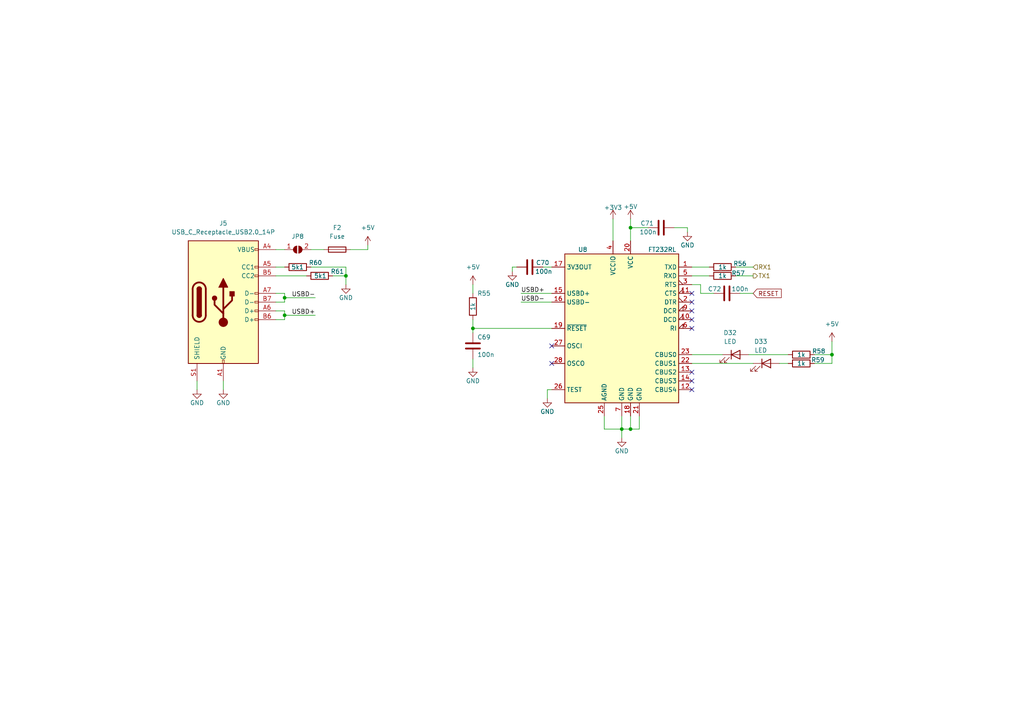
<source format=kicad_sch>
(kicad_sch
	(version 20231120)
	(generator "eeschema")
	(generator_version "8.0")
	(uuid "7c7566ff-7801-4723-a564-ba086f42caa0")
	(paper "A4")
	(lib_symbols
		(symbol "Connector:USB_C_Receptacle_USB2.0_14P"
			(pin_names
				(offset 1.016)
			)
			(exclude_from_sim no)
			(in_bom yes)
			(on_board yes)
			(property "Reference" "J"
				(at 0 22.225 0)
				(effects
					(font
						(size 1.27 1.27)
					)
				)
			)
			(property "Value" "USB_C_Receptacle_USB2.0_14P"
				(at 0 19.685 0)
				(effects
					(font
						(size 1.27 1.27)
					)
				)
			)
			(property "Footprint" ""
				(at 3.81 0 0)
				(effects
					(font
						(size 1.27 1.27)
					)
					(hide yes)
				)
			)
			(property "Datasheet" "https://www.usb.org/sites/default/files/documents/usb_type-c.zip"
				(at 3.81 0 0)
				(effects
					(font
						(size 1.27 1.27)
					)
					(hide yes)
				)
			)
			(property "Description" "USB 2.0-only 14P Type-C Receptacle connector"
				(at 0 0 0)
				(effects
					(font
						(size 1.27 1.27)
					)
					(hide yes)
				)
			)
			(property "ki_keywords" "usb universal serial bus type-C USB2.0"
				(at 0 0 0)
				(effects
					(font
						(size 1.27 1.27)
					)
					(hide yes)
				)
			)
			(property "ki_fp_filters" "USB*C*Receptacle*"
				(at 0 0 0)
				(effects
					(font
						(size 1.27 1.27)
					)
					(hide yes)
				)
			)
			(symbol "USB_C_Receptacle_USB2.0_14P_0_0"
				(rectangle
					(start -0.254 -17.78)
					(end 0.254 -16.764)
					(stroke
						(width 0)
						(type default)
					)
					(fill
						(type none)
					)
				)
				(rectangle
					(start 10.16 -4.826)
					(end 9.144 -5.334)
					(stroke
						(width 0)
						(type default)
					)
					(fill
						(type none)
					)
				)
				(rectangle
					(start 10.16 -2.286)
					(end 9.144 -2.794)
					(stroke
						(width 0)
						(type default)
					)
					(fill
						(type none)
					)
				)
				(rectangle
					(start 10.16 0.254)
					(end 9.144 -0.254)
					(stroke
						(width 0)
						(type default)
					)
					(fill
						(type none)
					)
				)
				(rectangle
					(start 10.16 2.794)
					(end 9.144 2.286)
					(stroke
						(width 0)
						(type default)
					)
					(fill
						(type none)
					)
				)
				(rectangle
					(start 10.16 7.874)
					(end 9.144 7.366)
					(stroke
						(width 0)
						(type default)
					)
					(fill
						(type none)
					)
				)
				(rectangle
					(start 10.16 10.414)
					(end 9.144 9.906)
					(stroke
						(width 0)
						(type default)
					)
					(fill
						(type none)
					)
				)
				(rectangle
					(start 10.16 15.494)
					(end 9.144 14.986)
					(stroke
						(width 0)
						(type default)
					)
					(fill
						(type none)
					)
				)
			)
			(symbol "USB_C_Receptacle_USB2.0_14P_0_1"
				(rectangle
					(start -10.16 17.78)
					(end 10.16 -17.78)
					(stroke
						(width 0.254)
						(type default)
					)
					(fill
						(type background)
					)
				)
				(arc
					(start -8.89 -3.81)
					(mid -6.985 -5.7067)
					(end -5.08 -3.81)
					(stroke
						(width 0.508)
						(type default)
					)
					(fill
						(type none)
					)
				)
				(arc
					(start -7.62 -3.81)
					(mid -6.985 -4.4423)
					(end -6.35 -3.81)
					(stroke
						(width 0.254)
						(type default)
					)
					(fill
						(type none)
					)
				)
				(arc
					(start -7.62 -3.81)
					(mid -6.985 -4.4423)
					(end -6.35 -3.81)
					(stroke
						(width 0.254)
						(type default)
					)
					(fill
						(type outline)
					)
				)
				(rectangle
					(start -7.62 -3.81)
					(end -6.35 3.81)
					(stroke
						(width 0.254)
						(type default)
					)
					(fill
						(type outline)
					)
				)
				(arc
					(start -6.35 3.81)
					(mid -6.985 4.4423)
					(end -7.62 3.81)
					(stroke
						(width 0.254)
						(type default)
					)
					(fill
						(type none)
					)
				)
				(arc
					(start -6.35 3.81)
					(mid -6.985 4.4423)
					(end -7.62 3.81)
					(stroke
						(width 0.254)
						(type default)
					)
					(fill
						(type outline)
					)
				)
				(arc
					(start -5.08 3.81)
					(mid -6.985 5.7067)
					(end -8.89 3.81)
					(stroke
						(width 0.508)
						(type default)
					)
					(fill
						(type none)
					)
				)
				(circle
					(center -2.54 1.143)
					(radius 0.635)
					(stroke
						(width 0.254)
						(type default)
					)
					(fill
						(type outline)
					)
				)
				(circle
					(center 0 -5.842)
					(radius 1.27)
					(stroke
						(width 0)
						(type default)
					)
					(fill
						(type outline)
					)
				)
				(polyline
					(pts
						(xy -8.89 -3.81) (xy -8.89 3.81)
					)
					(stroke
						(width 0.508)
						(type default)
					)
					(fill
						(type none)
					)
				)
				(polyline
					(pts
						(xy -5.08 3.81) (xy -5.08 -3.81)
					)
					(stroke
						(width 0.508)
						(type default)
					)
					(fill
						(type none)
					)
				)
				(polyline
					(pts
						(xy 0 -5.842) (xy 0 4.318)
					)
					(stroke
						(width 0.508)
						(type default)
					)
					(fill
						(type none)
					)
				)
				(polyline
					(pts
						(xy 0 -3.302) (xy -2.54 -0.762) (xy -2.54 0.508)
					)
					(stroke
						(width 0.508)
						(type default)
					)
					(fill
						(type none)
					)
				)
				(polyline
					(pts
						(xy 0 -2.032) (xy 2.54 0.508) (xy 2.54 1.778)
					)
					(stroke
						(width 0.508)
						(type default)
					)
					(fill
						(type none)
					)
				)
				(polyline
					(pts
						(xy -1.27 4.318) (xy 0 6.858) (xy 1.27 4.318) (xy -1.27 4.318)
					)
					(stroke
						(width 0.254)
						(type default)
					)
					(fill
						(type outline)
					)
				)
				(rectangle
					(start 1.905 1.778)
					(end 3.175 3.048)
					(stroke
						(width 0.254)
						(type default)
					)
					(fill
						(type outline)
					)
				)
			)
			(symbol "USB_C_Receptacle_USB2.0_14P_1_1"
				(pin passive line
					(at 0 -22.86 90)
					(length 5.08)
					(name "GND"
						(effects
							(font
								(size 1.27 1.27)
							)
						)
					)
					(number "A1"
						(effects
							(font
								(size 1.27 1.27)
							)
						)
					)
				)
				(pin passive line
					(at 0 -22.86 90)
					(length 5.08) hide
					(name "GND"
						(effects
							(font
								(size 1.27 1.27)
							)
						)
					)
					(number "A12"
						(effects
							(font
								(size 1.27 1.27)
							)
						)
					)
				)
				(pin passive line
					(at 15.24 15.24 180)
					(length 5.08)
					(name "VBUS"
						(effects
							(font
								(size 1.27 1.27)
							)
						)
					)
					(number "A4"
						(effects
							(font
								(size 1.27 1.27)
							)
						)
					)
				)
				(pin bidirectional line
					(at 15.24 10.16 180)
					(length 5.08)
					(name "CC1"
						(effects
							(font
								(size 1.27 1.27)
							)
						)
					)
					(number "A5"
						(effects
							(font
								(size 1.27 1.27)
							)
						)
					)
				)
				(pin bidirectional line
					(at 15.24 -2.54 180)
					(length 5.08)
					(name "D+"
						(effects
							(font
								(size 1.27 1.27)
							)
						)
					)
					(number "A6"
						(effects
							(font
								(size 1.27 1.27)
							)
						)
					)
				)
				(pin bidirectional line
					(at 15.24 2.54 180)
					(length 5.08)
					(name "D-"
						(effects
							(font
								(size 1.27 1.27)
							)
						)
					)
					(number "A7"
						(effects
							(font
								(size 1.27 1.27)
							)
						)
					)
				)
				(pin passive line
					(at 15.24 15.24 180)
					(length 5.08) hide
					(name "VBUS"
						(effects
							(font
								(size 1.27 1.27)
							)
						)
					)
					(number "A9"
						(effects
							(font
								(size 1.27 1.27)
							)
						)
					)
				)
				(pin passive line
					(at 0 -22.86 90)
					(length 5.08) hide
					(name "GND"
						(effects
							(font
								(size 1.27 1.27)
							)
						)
					)
					(number "B1"
						(effects
							(font
								(size 1.27 1.27)
							)
						)
					)
				)
				(pin passive line
					(at 0 -22.86 90)
					(length 5.08) hide
					(name "GND"
						(effects
							(font
								(size 1.27 1.27)
							)
						)
					)
					(number "B12"
						(effects
							(font
								(size 1.27 1.27)
							)
						)
					)
				)
				(pin passive line
					(at 15.24 15.24 180)
					(length 5.08) hide
					(name "VBUS"
						(effects
							(font
								(size 1.27 1.27)
							)
						)
					)
					(number "B4"
						(effects
							(font
								(size 1.27 1.27)
							)
						)
					)
				)
				(pin bidirectional line
					(at 15.24 7.62 180)
					(length 5.08)
					(name "CC2"
						(effects
							(font
								(size 1.27 1.27)
							)
						)
					)
					(number "B5"
						(effects
							(font
								(size 1.27 1.27)
							)
						)
					)
				)
				(pin bidirectional line
					(at 15.24 -5.08 180)
					(length 5.08)
					(name "D+"
						(effects
							(font
								(size 1.27 1.27)
							)
						)
					)
					(number "B6"
						(effects
							(font
								(size 1.27 1.27)
							)
						)
					)
				)
				(pin bidirectional line
					(at 15.24 0 180)
					(length 5.08)
					(name "D-"
						(effects
							(font
								(size 1.27 1.27)
							)
						)
					)
					(number "B7"
						(effects
							(font
								(size 1.27 1.27)
							)
						)
					)
				)
				(pin passive line
					(at 15.24 15.24 180)
					(length 5.08) hide
					(name "VBUS"
						(effects
							(font
								(size 1.27 1.27)
							)
						)
					)
					(number "B9"
						(effects
							(font
								(size 1.27 1.27)
							)
						)
					)
				)
				(pin passive line
					(at -7.62 -22.86 90)
					(length 5.08)
					(name "SHIELD"
						(effects
							(font
								(size 1.27 1.27)
							)
						)
					)
					(number "S1"
						(effects
							(font
								(size 1.27 1.27)
							)
						)
					)
				)
			)
		)
		(symbol "Device:C"
			(pin_numbers hide)
			(pin_names
				(offset 0.254)
			)
			(exclude_from_sim no)
			(in_bom yes)
			(on_board yes)
			(property "Reference" "C"
				(at 0.635 2.54 0)
				(effects
					(font
						(size 1.27 1.27)
					)
					(justify left)
				)
			)
			(property "Value" "C"
				(at 0.635 -2.54 0)
				(effects
					(font
						(size 1.27 1.27)
					)
					(justify left)
				)
			)
			(property "Footprint" ""
				(at 0.9652 -3.81 0)
				(effects
					(font
						(size 1.27 1.27)
					)
					(hide yes)
				)
			)
			(property "Datasheet" "~"
				(at 0 0 0)
				(effects
					(font
						(size 1.27 1.27)
					)
					(hide yes)
				)
			)
			(property "Description" "Unpolarized capacitor"
				(at 0 0 0)
				(effects
					(font
						(size 1.27 1.27)
					)
					(hide yes)
				)
			)
			(property "ki_keywords" "cap capacitor"
				(at 0 0 0)
				(effects
					(font
						(size 1.27 1.27)
					)
					(hide yes)
				)
			)
			(property "ki_fp_filters" "C_*"
				(at 0 0 0)
				(effects
					(font
						(size 1.27 1.27)
					)
					(hide yes)
				)
			)
			(symbol "C_0_1"
				(polyline
					(pts
						(xy -2.032 -0.762) (xy 2.032 -0.762)
					)
					(stroke
						(width 0.508)
						(type default)
					)
					(fill
						(type none)
					)
				)
				(polyline
					(pts
						(xy -2.032 0.762) (xy 2.032 0.762)
					)
					(stroke
						(width 0.508)
						(type default)
					)
					(fill
						(type none)
					)
				)
			)
			(symbol "C_1_1"
				(pin passive line
					(at 0 3.81 270)
					(length 2.794)
					(name "~"
						(effects
							(font
								(size 1.27 1.27)
							)
						)
					)
					(number "1"
						(effects
							(font
								(size 1.27 1.27)
							)
						)
					)
				)
				(pin passive line
					(at 0 -3.81 90)
					(length 2.794)
					(name "~"
						(effects
							(font
								(size 1.27 1.27)
							)
						)
					)
					(number "2"
						(effects
							(font
								(size 1.27 1.27)
							)
						)
					)
				)
			)
		)
		(symbol "Device:Fuse"
			(pin_numbers hide)
			(pin_names
				(offset 0)
			)
			(exclude_from_sim no)
			(in_bom yes)
			(on_board yes)
			(property "Reference" "F"
				(at 2.032 0 90)
				(effects
					(font
						(size 1.27 1.27)
					)
				)
			)
			(property "Value" "Fuse"
				(at -1.905 0 90)
				(effects
					(font
						(size 1.27 1.27)
					)
				)
			)
			(property "Footprint" ""
				(at -1.778 0 90)
				(effects
					(font
						(size 1.27 1.27)
					)
					(hide yes)
				)
			)
			(property "Datasheet" "~"
				(at 0 0 0)
				(effects
					(font
						(size 1.27 1.27)
					)
					(hide yes)
				)
			)
			(property "Description" "Fuse"
				(at 0 0 0)
				(effects
					(font
						(size 1.27 1.27)
					)
					(hide yes)
				)
			)
			(property "ki_keywords" "fuse"
				(at 0 0 0)
				(effects
					(font
						(size 1.27 1.27)
					)
					(hide yes)
				)
			)
			(property "ki_fp_filters" "*Fuse*"
				(at 0 0 0)
				(effects
					(font
						(size 1.27 1.27)
					)
					(hide yes)
				)
			)
			(symbol "Fuse_0_1"
				(rectangle
					(start -0.762 -2.54)
					(end 0.762 2.54)
					(stroke
						(width 0.254)
						(type default)
					)
					(fill
						(type none)
					)
				)
				(polyline
					(pts
						(xy 0 2.54) (xy 0 -2.54)
					)
					(stroke
						(width 0)
						(type default)
					)
					(fill
						(type none)
					)
				)
			)
			(symbol "Fuse_1_1"
				(pin passive line
					(at 0 3.81 270)
					(length 1.27)
					(name "~"
						(effects
							(font
								(size 1.27 1.27)
							)
						)
					)
					(number "1"
						(effects
							(font
								(size 1.27 1.27)
							)
						)
					)
				)
				(pin passive line
					(at 0 -3.81 90)
					(length 1.27)
					(name "~"
						(effects
							(font
								(size 1.27 1.27)
							)
						)
					)
					(number "2"
						(effects
							(font
								(size 1.27 1.27)
							)
						)
					)
				)
			)
		)
		(symbol "Device:LED"
			(pin_numbers hide)
			(pin_names
				(offset 1.016) hide)
			(exclude_from_sim no)
			(in_bom yes)
			(on_board yes)
			(property "Reference" "D"
				(at 0 2.54 0)
				(effects
					(font
						(size 1.27 1.27)
					)
				)
			)
			(property "Value" "LED"
				(at 0 -2.54 0)
				(effects
					(font
						(size 1.27 1.27)
					)
				)
			)
			(property "Footprint" ""
				(at 0 0 0)
				(effects
					(font
						(size 1.27 1.27)
					)
					(hide yes)
				)
			)
			(property "Datasheet" "~"
				(at 0 0 0)
				(effects
					(font
						(size 1.27 1.27)
					)
					(hide yes)
				)
			)
			(property "Description" "Light emitting diode"
				(at 0 0 0)
				(effects
					(font
						(size 1.27 1.27)
					)
					(hide yes)
				)
			)
			(property "ki_keywords" "LED diode"
				(at 0 0 0)
				(effects
					(font
						(size 1.27 1.27)
					)
					(hide yes)
				)
			)
			(property "ki_fp_filters" "LED* LED_SMD:* LED_THT:*"
				(at 0 0 0)
				(effects
					(font
						(size 1.27 1.27)
					)
					(hide yes)
				)
			)
			(symbol "LED_0_1"
				(polyline
					(pts
						(xy -1.27 -1.27) (xy -1.27 1.27)
					)
					(stroke
						(width 0.254)
						(type default)
					)
					(fill
						(type none)
					)
				)
				(polyline
					(pts
						(xy -1.27 0) (xy 1.27 0)
					)
					(stroke
						(width 0)
						(type default)
					)
					(fill
						(type none)
					)
				)
				(polyline
					(pts
						(xy 1.27 -1.27) (xy 1.27 1.27) (xy -1.27 0) (xy 1.27 -1.27)
					)
					(stroke
						(width 0.254)
						(type default)
					)
					(fill
						(type none)
					)
				)
				(polyline
					(pts
						(xy -3.048 -0.762) (xy -4.572 -2.286) (xy -3.81 -2.286) (xy -4.572 -2.286) (xy -4.572 -1.524)
					)
					(stroke
						(width 0)
						(type default)
					)
					(fill
						(type none)
					)
				)
				(polyline
					(pts
						(xy -1.778 -0.762) (xy -3.302 -2.286) (xy -2.54 -2.286) (xy -3.302 -2.286) (xy -3.302 -1.524)
					)
					(stroke
						(width 0)
						(type default)
					)
					(fill
						(type none)
					)
				)
			)
			(symbol "LED_1_1"
				(pin passive line
					(at -3.81 0 0)
					(length 2.54)
					(name "K"
						(effects
							(font
								(size 1.27 1.27)
							)
						)
					)
					(number "1"
						(effects
							(font
								(size 1.27 1.27)
							)
						)
					)
				)
				(pin passive line
					(at 3.81 0 180)
					(length 2.54)
					(name "A"
						(effects
							(font
								(size 1.27 1.27)
							)
						)
					)
					(number "2"
						(effects
							(font
								(size 1.27 1.27)
							)
						)
					)
				)
			)
		)
		(symbol "Device:R"
			(pin_numbers hide)
			(pin_names
				(offset 0)
			)
			(exclude_from_sim no)
			(in_bom yes)
			(on_board yes)
			(property "Reference" "R"
				(at 2.032 0 90)
				(effects
					(font
						(size 1.27 1.27)
					)
				)
			)
			(property "Value" "R"
				(at 0 0 90)
				(effects
					(font
						(size 1.27 1.27)
					)
				)
			)
			(property "Footprint" ""
				(at -1.778 0 90)
				(effects
					(font
						(size 1.27 1.27)
					)
					(hide yes)
				)
			)
			(property "Datasheet" "~"
				(at 0 0 0)
				(effects
					(font
						(size 1.27 1.27)
					)
					(hide yes)
				)
			)
			(property "Description" "Resistor"
				(at 0 0 0)
				(effects
					(font
						(size 1.27 1.27)
					)
					(hide yes)
				)
			)
			(property "ki_keywords" "R res resistor"
				(at 0 0 0)
				(effects
					(font
						(size 1.27 1.27)
					)
					(hide yes)
				)
			)
			(property "ki_fp_filters" "R_*"
				(at 0 0 0)
				(effects
					(font
						(size 1.27 1.27)
					)
					(hide yes)
				)
			)
			(symbol "R_0_1"
				(rectangle
					(start -1.016 -2.54)
					(end 1.016 2.54)
					(stroke
						(width 0.254)
						(type default)
					)
					(fill
						(type none)
					)
				)
			)
			(symbol "R_1_1"
				(pin passive line
					(at 0 3.81 270)
					(length 1.27)
					(name "~"
						(effects
							(font
								(size 1.27 1.27)
							)
						)
					)
					(number "1"
						(effects
							(font
								(size 1.27 1.27)
							)
						)
					)
				)
				(pin passive line
					(at 0 -3.81 90)
					(length 1.27)
					(name "~"
						(effects
							(font
								(size 1.27 1.27)
							)
						)
					)
					(number "2"
						(effects
							(font
								(size 1.27 1.27)
							)
						)
					)
				)
			)
		)
		(symbol "Interface_USB:FT232RL"
			(exclude_from_sim no)
			(in_bom yes)
			(on_board yes)
			(property "Reference" "U"
				(at -16.51 22.86 0)
				(effects
					(font
						(size 1.27 1.27)
					)
					(justify left)
				)
			)
			(property "Value" "FT232RL"
				(at 10.16 22.86 0)
				(effects
					(font
						(size 1.27 1.27)
					)
					(justify left)
				)
			)
			(property "Footprint" "Package_SO:SSOP-28_5.3x10.2mm_P0.65mm"
				(at 27.94 -22.86 0)
				(effects
					(font
						(size 1.27 1.27)
					)
					(hide yes)
				)
			)
			(property "Datasheet" "https://www.ftdichip.com/Support/Documents/DataSheets/ICs/DS_FT232R.pdf"
				(at 0 0 0)
				(effects
					(font
						(size 1.27 1.27)
					)
					(hide yes)
				)
			)
			(property "Description" "USB to Serial Interface, SSOP-28"
				(at 0 0 0)
				(effects
					(font
						(size 1.27 1.27)
					)
					(hide yes)
				)
			)
			(property "ki_keywords" "FTDI USB Serial"
				(at 0 0 0)
				(effects
					(font
						(size 1.27 1.27)
					)
					(hide yes)
				)
			)
			(property "ki_fp_filters" "SSOP*5.3x10.2mm*P0.65mm*"
				(at 0 0 0)
				(effects
					(font
						(size 1.27 1.27)
					)
					(hide yes)
				)
			)
			(symbol "FT232RL_0_1"
				(rectangle
					(start -16.51 21.59)
					(end 16.51 -21.59)
					(stroke
						(width 0.254)
						(type default)
					)
					(fill
						(type background)
					)
				)
			)
			(symbol "FT232RL_1_1"
				(pin output line
					(at 20.32 17.78 180)
					(length 3.81)
					(name "TXD"
						(effects
							(font
								(size 1.27 1.27)
							)
						)
					)
					(number "1"
						(effects
							(font
								(size 1.27 1.27)
							)
						)
					)
				)
				(pin input input_low
					(at 20.32 2.54 180)
					(length 3.81)
					(name "DCD"
						(effects
							(font
								(size 1.27 1.27)
							)
						)
					)
					(number "10"
						(effects
							(font
								(size 1.27 1.27)
							)
						)
					)
				)
				(pin input input_low
					(at 20.32 10.16 180)
					(length 3.81)
					(name "CTS"
						(effects
							(font
								(size 1.27 1.27)
							)
						)
					)
					(number "11"
						(effects
							(font
								(size 1.27 1.27)
							)
						)
					)
				)
				(pin bidirectional line
					(at 20.32 -17.78 180)
					(length 3.81)
					(name "CBUS4"
						(effects
							(font
								(size 1.27 1.27)
							)
						)
					)
					(number "12"
						(effects
							(font
								(size 1.27 1.27)
							)
						)
					)
				)
				(pin bidirectional line
					(at 20.32 -12.7 180)
					(length 3.81)
					(name "CBUS2"
						(effects
							(font
								(size 1.27 1.27)
							)
						)
					)
					(number "13"
						(effects
							(font
								(size 1.27 1.27)
							)
						)
					)
				)
				(pin bidirectional line
					(at 20.32 -15.24 180)
					(length 3.81)
					(name "CBUS3"
						(effects
							(font
								(size 1.27 1.27)
							)
						)
					)
					(number "14"
						(effects
							(font
								(size 1.27 1.27)
							)
						)
					)
				)
				(pin bidirectional line
					(at -20.32 10.16 0)
					(length 3.81)
					(name "USBD+"
						(effects
							(font
								(size 1.27 1.27)
							)
						)
					)
					(number "15"
						(effects
							(font
								(size 1.27 1.27)
							)
						)
					)
				)
				(pin bidirectional line
					(at -20.32 7.62 0)
					(length 3.81)
					(name "USBD-"
						(effects
							(font
								(size 1.27 1.27)
							)
						)
					)
					(number "16"
						(effects
							(font
								(size 1.27 1.27)
							)
						)
					)
				)
				(pin power_out line
					(at -20.32 17.78 0)
					(length 3.81)
					(name "3V3OUT"
						(effects
							(font
								(size 1.27 1.27)
							)
						)
					)
					(number "17"
						(effects
							(font
								(size 1.27 1.27)
							)
						)
					)
				)
				(pin power_in line
					(at 2.54 -25.4 90)
					(length 3.81)
					(name "GND"
						(effects
							(font
								(size 1.27 1.27)
							)
						)
					)
					(number "18"
						(effects
							(font
								(size 1.27 1.27)
							)
						)
					)
				)
				(pin input line
					(at -20.32 0 0)
					(length 3.81)
					(name "~{RESET}"
						(effects
							(font
								(size 1.27 1.27)
							)
						)
					)
					(number "19"
						(effects
							(font
								(size 1.27 1.27)
							)
						)
					)
				)
				(pin output output_low
					(at 20.32 7.62 180)
					(length 3.81)
					(name "DTR"
						(effects
							(font
								(size 1.27 1.27)
							)
						)
					)
					(number "2"
						(effects
							(font
								(size 1.27 1.27)
							)
						)
					)
				)
				(pin power_in line
					(at 2.54 25.4 270)
					(length 3.81)
					(name "VCC"
						(effects
							(font
								(size 1.27 1.27)
							)
						)
					)
					(number "20"
						(effects
							(font
								(size 1.27 1.27)
							)
						)
					)
				)
				(pin power_in line
					(at 5.08 -25.4 90)
					(length 3.81)
					(name "GND"
						(effects
							(font
								(size 1.27 1.27)
							)
						)
					)
					(number "21"
						(effects
							(font
								(size 1.27 1.27)
							)
						)
					)
				)
				(pin bidirectional line
					(at 20.32 -10.16 180)
					(length 3.81)
					(name "CBUS1"
						(effects
							(font
								(size 1.27 1.27)
							)
						)
					)
					(number "22"
						(effects
							(font
								(size 1.27 1.27)
							)
						)
					)
				)
				(pin bidirectional line
					(at 20.32 -7.62 180)
					(length 3.81)
					(name "CBUS0"
						(effects
							(font
								(size 1.27 1.27)
							)
						)
					)
					(number "23"
						(effects
							(font
								(size 1.27 1.27)
							)
						)
					)
				)
				(pin power_in line
					(at -5.08 -25.4 90)
					(length 3.81)
					(name "AGND"
						(effects
							(font
								(size 1.27 1.27)
							)
						)
					)
					(number "25"
						(effects
							(font
								(size 1.27 1.27)
							)
						)
					)
				)
				(pin input line
					(at -20.32 -17.78 0)
					(length 3.81)
					(name "TEST"
						(effects
							(font
								(size 1.27 1.27)
							)
						)
					)
					(number "26"
						(effects
							(font
								(size 1.27 1.27)
							)
						)
					)
				)
				(pin input line
					(at -20.32 -5.08 0)
					(length 3.81)
					(name "OSCI"
						(effects
							(font
								(size 1.27 1.27)
							)
						)
					)
					(number "27"
						(effects
							(font
								(size 1.27 1.27)
							)
						)
					)
				)
				(pin output line
					(at -20.32 -10.16 0)
					(length 3.81)
					(name "OSCO"
						(effects
							(font
								(size 1.27 1.27)
							)
						)
					)
					(number "28"
						(effects
							(font
								(size 1.27 1.27)
							)
						)
					)
				)
				(pin output output_low
					(at 20.32 12.7 180)
					(length 3.81)
					(name "RTS"
						(effects
							(font
								(size 1.27 1.27)
							)
						)
					)
					(number "3"
						(effects
							(font
								(size 1.27 1.27)
							)
						)
					)
				)
				(pin power_in line
					(at -2.54 25.4 270)
					(length 3.81)
					(name "VCCIO"
						(effects
							(font
								(size 1.27 1.27)
							)
						)
					)
					(number "4"
						(effects
							(font
								(size 1.27 1.27)
							)
						)
					)
				)
				(pin input line
					(at 20.32 15.24 180)
					(length 3.81)
					(name "RXD"
						(effects
							(font
								(size 1.27 1.27)
							)
						)
					)
					(number "5"
						(effects
							(font
								(size 1.27 1.27)
							)
						)
					)
				)
				(pin input input_low
					(at 20.32 0 180)
					(length 3.81)
					(name "RI"
						(effects
							(font
								(size 1.27 1.27)
							)
						)
					)
					(number "6"
						(effects
							(font
								(size 1.27 1.27)
							)
						)
					)
				)
				(pin power_in line
					(at 0 -25.4 90)
					(length 3.81)
					(name "GND"
						(effects
							(font
								(size 1.27 1.27)
							)
						)
					)
					(number "7"
						(effects
							(font
								(size 1.27 1.27)
							)
						)
					)
				)
				(pin input input_low
					(at 20.32 5.08 180)
					(length 3.81)
					(name "DCR"
						(effects
							(font
								(size 1.27 1.27)
							)
						)
					)
					(number "9"
						(effects
							(font
								(size 1.27 1.27)
							)
						)
					)
				)
			)
		)
		(symbol "Jumper:SolderJumper_2_Open"
			(pin_names
				(offset 0) hide)
			(exclude_from_sim no)
			(in_bom yes)
			(on_board yes)
			(property "Reference" "JP"
				(at 0 2.032 0)
				(effects
					(font
						(size 1.27 1.27)
					)
				)
			)
			(property "Value" "SolderJumper_2_Open"
				(at 0 -2.54 0)
				(effects
					(font
						(size 1.27 1.27)
					)
				)
			)
			(property "Footprint" ""
				(at 0 0 0)
				(effects
					(font
						(size 1.27 1.27)
					)
					(hide yes)
				)
			)
			(property "Datasheet" "~"
				(at 0 0 0)
				(effects
					(font
						(size 1.27 1.27)
					)
					(hide yes)
				)
			)
			(property "Description" "Solder Jumper, 2-pole, open"
				(at 0 0 0)
				(effects
					(font
						(size 1.27 1.27)
					)
					(hide yes)
				)
			)
			(property "ki_keywords" "solder jumper SPST"
				(at 0 0 0)
				(effects
					(font
						(size 1.27 1.27)
					)
					(hide yes)
				)
			)
			(property "ki_fp_filters" "SolderJumper*Open*"
				(at 0 0 0)
				(effects
					(font
						(size 1.27 1.27)
					)
					(hide yes)
				)
			)
			(symbol "SolderJumper_2_Open_0_1"
				(arc
					(start -0.254 1.016)
					(mid -1.2655 0)
					(end -0.254 -1.016)
					(stroke
						(width 0)
						(type default)
					)
					(fill
						(type none)
					)
				)
				(arc
					(start -0.254 1.016)
					(mid -1.2655 0)
					(end -0.254 -1.016)
					(stroke
						(width 0)
						(type default)
					)
					(fill
						(type outline)
					)
				)
				(polyline
					(pts
						(xy -0.254 1.016) (xy -0.254 -1.016)
					)
					(stroke
						(width 0)
						(type default)
					)
					(fill
						(type none)
					)
				)
				(polyline
					(pts
						(xy 0.254 1.016) (xy 0.254 -1.016)
					)
					(stroke
						(width 0)
						(type default)
					)
					(fill
						(type none)
					)
				)
				(arc
					(start 0.254 -1.016)
					(mid 1.2655 0)
					(end 0.254 1.016)
					(stroke
						(width 0)
						(type default)
					)
					(fill
						(type none)
					)
				)
				(arc
					(start 0.254 -1.016)
					(mid 1.2655 0)
					(end 0.254 1.016)
					(stroke
						(width 0)
						(type default)
					)
					(fill
						(type outline)
					)
				)
			)
			(symbol "SolderJumper_2_Open_1_1"
				(pin passive line
					(at -3.81 0 0)
					(length 2.54)
					(name "A"
						(effects
							(font
								(size 1.27 1.27)
							)
						)
					)
					(number "1"
						(effects
							(font
								(size 1.27 1.27)
							)
						)
					)
				)
				(pin passive line
					(at 3.81 0 180)
					(length 2.54)
					(name "B"
						(effects
							(font
								(size 1.27 1.27)
							)
						)
					)
					(number "2"
						(effects
							(font
								(size 1.27 1.27)
							)
						)
					)
				)
			)
		)
		(symbol "power:+3V3"
			(power)
			(pin_names
				(offset 0)
			)
			(exclude_from_sim no)
			(in_bom yes)
			(on_board yes)
			(property "Reference" "#PWR"
				(at 0 -3.81 0)
				(effects
					(font
						(size 1.27 1.27)
					)
					(hide yes)
				)
			)
			(property "Value" "+3V3"
				(at 0 3.556 0)
				(effects
					(font
						(size 1.27 1.27)
					)
				)
			)
			(property "Footprint" ""
				(at 0 0 0)
				(effects
					(font
						(size 1.27 1.27)
					)
					(hide yes)
				)
			)
			(property "Datasheet" ""
				(at 0 0 0)
				(effects
					(font
						(size 1.27 1.27)
					)
					(hide yes)
				)
			)
			(property "Description" "Power symbol creates a global label with name \"+3V3\""
				(at 0 0 0)
				(effects
					(font
						(size 1.27 1.27)
					)
					(hide yes)
				)
			)
			(property "ki_keywords" "power-flag"
				(at 0 0 0)
				(effects
					(font
						(size 1.27 1.27)
					)
					(hide yes)
				)
			)
			(symbol "+3V3_0_1"
				(polyline
					(pts
						(xy -0.762 1.27) (xy 0 2.54)
					)
					(stroke
						(width 0)
						(type default)
					)
					(fill
						(type none)
					)
				)
				(polyline
					(pts
						(xy 0 0) (xy 0 2.54)
					)
					(stroke
						(width 0)
						(type default)
					)
					(fill
						(type none)
					)
				)
				(polyline
					(pts
						(xy 0 2.54) (xy 0.762 1.27)
					)
					(stroke
						(width 0)
						(type default)
					)
					(fill
						(type none)
					)
				)
			)
			(symbol "+3V3_1_1"
				(pin power_in line
					(at 0 0 90)
					(length 0) hide
					(name "+3V3"
						(effects
							(font
								(size 1.27 1.27)
							)
						)
					)
					(number "1"
						(effects
							(font
								(size 1.27 1.27)
							)
						)
					)
				)
			)
		)
		(symbol "power:+5V"
			(power)
			(pin_names
				(offset 0)
			)
			(exclude_from_sim no)
			(in_bom yes)
			(on_board yes)
			(property "Reference" "#PWR"
				(at 0 -3.81 0)
				(effects
					(font
						(size 1.27 1.27)
					)
					(hide yes)
				)
			)
			(property "Value" "+5V"
				(at 0 3.556 0)
				(effects
					(font
						(size 1.27 1.27)
					)
				)
			)
			(property "Footprint" ""
				(at 0 0 0)
				(effects
					(font
						(size 1.27 1.27)
					)
					(hide yes)
				)
			)
			(property "Datasheet" ""
				(at 0 0 0)
				(effects
					(font
						(size 1.27 1.27)
					)
					(hide yes)
				)
			)
			(property "Description" "Power symbol creates a global label with name \"+5V\""
				(at 0 0 0)
				(effects
					(font
						(size 1.27 1.27)
					)
					(hide yes)
				)
			)
			(property "ki_keywords" "power-flag"
				(at 0 0 0)
				(effects
					(font
						(size 1.27 1.27)
					)
					(hide yes)
				)
			)
			(symbol "+5V_0_1"
				(polyline
					(pts
						(xy -0.762 1.27) (xy 0 2.54)
					)
					(stroke
						(width 0)
						(type default)
					)
					(fill
						(type none)
					)
				)
				(polyline
					(pts
						(xy 0 0) (xy 0 2.54)
					)
					(stroke
						(width 0)
						(type default)
					)
					(fill
						(type none)
					)
				)
				(polyline
					(pts
						(xy 0 2.54) (xy 0.762 1.27)
					)
					(stroke
						(width 0)
						(type default)
					)
					(fill
						(type none)
					)
				)
			)
			(symbol "+5V_1_1"
				(pin power_in line
					(at 0 0 90)
					(length 0) hide
					(name "+5V"
						(effects
							(font
								(size 1.27 1.27)
							)
						)
					)
					(number "1"
						(effects
							(font
								(size 1.27 1.27)
							)
						)
					)
				)
			)
		)
		(symbol "power:GND"
			(power)
			(pin_names
				(offset 0)
			)
			(exclude_from_sim no)
			(in_bom yes)
			(on_board yes)
			(property "Reference" "#PWR"
				(at 0 -6.35 0)
				(effects
					(font
						(size 1.27 1.27)
					)
					(hide yes)
				)
			)
			(property "Value" "GND"
				(at 0 -3.81 0)
				(effects
					(font
						(size 1.27 1.27)
					)
				)
			)
			(property "Footprint" ""
				(at 0 0 0)
				(effects
					(font
						(size 1.27 1.27)
					)
					(hide yes)
				)
			)
			(property "Datasheet" ""
				(at 0 0 0)
				(effects
					(font
						(size 1.27 1.27)
					)
					(hide yes)
				)
			)
			(property "Description" "Power symbol creates a global label with name \"GND\" , ground"
				(at 0 0 0)
				(effects
					(font
						(size 1.27 1.27)
					)
					(hide yes)
				)
			)
			(property "ki_keywords" "global power"
				(at 0 0 0)
				(effects
					(font
						(size 1.27 1.27)
					)
					(hide yes)
				)
			)
			(symbol "GND_0_1"
				(polyline
					(pts
						(xy 0 0) (xy 0 -1.27) (xy 1.27 -1.27) (xy 0 -2.54) (xy -1.27 -1.27) (xy 0 -1.27)
					)
					(stroke
						(width 0)
						(type default)
					)
					(fill
						(type none)
					)
				)
			)
			(symbol "GND_1_1"
				(pin power_in line
					(at 0 0 270)
					(length 0) hide
					(name "GND"
						(effects
							(font
								(size 1.27 1.27)
							)
						)
					)
					(number "1"
						(effects
							(font
								(size 1.27 1.27)
							)
						)
					)
				)
			)
		)
	)
	(junction
		(at 182.88 124.46)
		(diameter 0)
		(color 0 0 0 0)
		(uuid "37f15d0b-dbfb-4699-90ab-058d0d29d822")
	)
	(junction
		(at 82.55 86.36)
		(diameter 0)
		(color 0 0 0 0)
		(uuid "58248324-45a3-4472-b8b6-59dbeec580cd")
	)
	(junction
		(at 182.88 66.04)
		(diameter 0)
		(color 0 0 0 0)
		(uuid "59158f6d-c603-4b4c-b857-32a6c51c1678")
	)
	(junction
		(at 180.34 124.46)
		(diameter 0)
		(color 0 0 0 0)
		(uuid "a7dd1173-afb8-4dad-a812-4d4c224c059a")
	)
	(junction
		(at 137.16 95.25)
		(diameter 0)
		(color 0 0 0 0)
		(uuid "ada7e8b0-bb4d-4955-aa1c-819fd2def64f")
	)
	(junction
		(at 241.3 102.87)
		(diameter 0)
		(color 0 0 0 0)
		(uuid "c8b07ee6-101c-4bc8-b61f-a3055283cf79")
	)
	(junction
		(at 82.55 91.44)
		(diameter 0)
		(color 0 0 0 0)
		(uuid "cf98f04f-fa66-41ca-8eea-2d0b62aabd10")
	)
	(junction
		(at 100.33 80.01)
		(diameter 0)
		(color 0 0 0 0)
		(uuid "dfa019a0-94ec-414f-97b3-4d1ae326ba44")
	)
	(no_connect
		(at 160.02 105.41)
		(uuid "19ecaaa0-d263-471a-bf3c-a0096c0e93ee")
	)
	(no_connect
		(at 200.66 90.17)
		(uuid "313a3139-b381-4b72-88f3-3b934289c8ba")
	)
	(no_connect
		(at 200.66 95.25)
		(uuid "33b88b0b-dd44-42bd-adda-ac5319e23968")
	)
	(no_connect
		(at 200.66 87.63)
		(uuid "44562969-7b8c-4c6a-916b-5586f1cdd960")
	)
	(no_connect
		(at 160.02 100.33)
		(uuid "53846774-70b3-4070-9828-5e3100efd792")
	)
	(no_connect
		(at 200.66 92.71)
		(uuid "6c91a117-6c5e-4a66-a80c-aab3ebff65af")
	)
	(no_connect
		(at 200.66 113.03)
		(uuid "7021577f-adf4-40f9-b72a-9d7ce596568d")
	)
	(no_connect
		(at 200.66 85.09)
		(uuid "7a58617e-00fc-45c7-a82a-8576046b1d7d")
	)
	(no_connect
		(at 200.66 110.49)
		(uuid "d20594ff-ada5-41c6-9ef3-9defd2584ad0")
	)
	(no_connect
		(at 200.66 107.95)
		(uuid "fddc4262-9d79-4ade-b0f7-352d1fd4a6d1")
	)
	(wire
		(pts
			(xy 182.88 66.04) (xy 187.96 66.04)
		)
		(stroke
			(width 0)
			(type default)
		)
		(uuid "01132b2f-3a1d-437f-907a-6b36dc632246")
	)
	(wire
		(pts
			(xy 151.13 85.09) (xy 160.02 85.09)
		)
		(stroke
			(width 0)
			(type default)
		)
		(uuid "056f10e7-3875-4bb4-87e0-2d607c6b8fa7")
	)
	(wire
		(pts
			(xy 226.06 105.41) (xy 228.6 105.41)
		)
		(stroke
			(width 0)
			(type default)
		)
		(uuid "07b7ae5b-aa3b-409e-99c2-480911f91161")
	)
	(wire
		(pts
			(xy 200.66 102.87) (xy 209.55 102.87)
		)
		(stroke
			(width 0)
			(type default)
		)
		(uuid "1f7e63d3-c7b7-43f9-b644-ff8355a0e8c1")
	)
	(wire
		(pts
			(xy 157.48 77.47) (xy 160.02 77.47)
		)
		(stroke
			(width 0)
			(type default)
		)
		(uuid "2763990e-844a-4abe-a2f5-89f621365cd5")
	)
	(wire
		(pts
			(xy 213.36 77.47) (xy 218.44 77.47)
		)
		(stroke
			(width 0)
			(type default)
		)
		(uuid "30acf716-df1e-4403-8873-399a2bad0734")
	)
	(wire
		(pts
			(xy 175.26 120.65) (xy 175.26 124.46)
		)
		(stroke
			(width 0)
			(type default)
		)
		(uuid "3423856a-a30b-46cf-80c6-545edd020db0")
	)
	(wire
		(pts
			(xy 100.33 80.01) (xy 100.33 82.55)
		)
		(stroke
			(width 0)
			(type default)
		)
		(uuid "34b4ac5c-eb19-4644-9cda-f619392f442d")
	)
	(wire
		(pts
			(xy 148.59 77.47) (xy 148.59 78.74)
		)
		(stroke
			(width 0)
			(type default)
		)
		(uuid "3814d6c6-7de4-47d1-85f5-a9b8b9dfa7ff")
	)
	(wire
		(pts
			(xy 180.34 120.65) (xy 180.34 124.46)
		)
		(stroke
			(width 0)
			(type default)
		)
		(uuid "397f7fc9-4dc0-43bf-80ce-59a6de9b6bee")
	)
	(wire
		(pts
			(xy 182.88 63.5) (xy 182.88 66.04)
		)
		(stroke
			(width 0)
			(type default)
		)
		(uuid "3cb42667-fde5-4a32-9f10-1e0d952e0ff2")
	)
	(wire
		(pts
			(xy 182.88 124.46) (xy 185.42 124.46)
		)
		(stroke
			(width 0)
			(type default)
		)
		(uuid "4177de48-b2e5-4acb-80c7-1029e151922c")
	)
	(wire
		(pts
			(xy 177.8 63.5) (xy 177.8 69.85)
		)
		(stroke
			(width 0)
			(type default)
		)
		(uuid "42c30fa1-5749-4bbf-8f7c-fdfdb7748a23")
	)
	(wire
		(pts
			(xy 175.26 124.46) (xy 180.34 124.46)
		)
		(stroke
			(width 0)
			(type default)
		)
		(uuid "4405a29e-c04b-4570-a17d-7e854e8fbcdc")
	)
	(wire
		(pts
			(xy 241.3 102.87) (xy 241.3 105.41)
		)
		(stroke
			(width 0)
			(type default)
		)
		(uuid "492c770b-e744-4305-8919-417a6ca1ca0e")
	)
	(wire
		(pts
			(xy 241.3 99.06) (xy 241.3 102.87)
		)
		(stroke
			(width 0)
			(type default)
		)
		(uuid "49bd1c71-588d-4d65-a7f8-c090a65f5e06")
	)
	(wire
		(pts
			(xy 57.15 110.49) (xy 57.15 113.03)
		)
		(stroke
			(width 0)
			(type default)
		)
		(uuid "4aeec9ad-07d9-407e-8942-fa93e624c6dc")
	)
	(wire
		(pts
			(xy 90.17 72.39) (xy 93.98 72.39)
		)
		(stroke
			(width 0)
			(type default)
		)
		(uuid "4e0e58e2-ed4c-4aa5-8dcc-be3c235f98bf")
	)
	(wire
		(pts
			(xy 200.66 77.47) (xy 205.74 77.47)
		)
		(stroke
			(width 0)
			(type default)
		)
		(uuid "50d68f34-03f4-43c1-81b4-85bed916eaf5")
	)
	(wire
		(pts
			(xy 137.16 104.14) (xy 137.16 106.68)
		)
		(stroke
			(width 0)
			(type default)
		)
		(uuid "52c9b610-ec54-4805-b0e7-6bdf08ae3d12")
	)
	(wire
		(pts
			(xy 91.44 91.44) (xy 82.55 91.44)
		)
		(stroke
			(width 0)
			(type default)
		)
		(uuid "593e2eaa-5f04-4743-b790-c41deffbf693")
	)
	(wire
		(pts
			(xy 160.02 113.03) (xy 158.75 113.03)
		)
		(stroke
			(width 0)
			(type default)
		)
		(uuid "6f5bf74d-dae5-43c5-ae9e-03fabf7d93a4")
	)
	(wire
		(pts
			(xy 214.63 85.09) (xy 218.44 85.09)
		)
		(stroke
			(width 0)
			(type default)
		)
		(uuid "7448c714-a822-43db-91c8-40797b5ab4c8")
	)
	(wire
		(pts
			(xy 80.01 87.63) (xy 82.55 87.63)
		)
		(stroke
			(width 0)
			(type default)
		)
		(uuid "76ab7df3-8bbe-4ad4-b05c-21b4d707fb4b")
	)
	(wire
		(pts
			(xy 195.58 66.04) (xy 199.39 66.04)
		)
		(stroke
			(width 0)
			(type default)
		)
		(uuid "776e44d9-f764-4243-9bda-d2e2c14e808b")
	)
	(wire
		(pts
			(xy 91.44 86.36) (xy 82.55 86.36)
		)
		(stroke
			(width 0)
			(type default)
		)
		(uuid "7c9d0662-961d-484b-8241-088b38b272b1")
	)
	(wire
		(pts
			(xy 64.77 110.49) (xy 64.77 113.03)
		)
		(stroke
			(width 0)
			(type default)
		)
		(uuid "81787089-5b90-4d8a-b23d-83d4d9f06c54")
	)
	(wire
		(pts
			(xy 185.42 120.65) (xy 185.42 124.46)
		)
		(stroke
			(width 0)
			(type default)
		)
		(uuid "8e08c029-5f42-4d16-aaca-ceffec0b6300")
	)
	(wire
		(pts
			(xy 200.66 82.55) (xy 203.2 82.55)
		)
		(stroke
			(width 0)
			(type default)
		)
		(uuid "92722bf2-fa5a-45f8-8722-219874118918")
	)
	(wire
		(pts
			(xy 182.88 66.04) (xy 182.88 69.85)
		)
		(stroke
			(width 0)
			(type default)
		)
		(uuid "959c95b0-94fc-4ce2-a4b9-ce9a90ef4b18")
	)
	(wire
		(pts
			(xy 80.01 85.09) (xy 82.55 85.09)
		)
		(stroke
			(width 0)
			(type default)
		)
		(uuid "95c0f05d-b61b-4e51-bd5f-e8ad930d2c31")
	)
	(wire
		(pts
			(xy 137.16 82.55) (xy 137.16 85.09)
		)
		(stroke
			(width 0)
			(type default)
		)
		(uuid "9814b1aa-99a6-4d58-af56-88e0412d3047")
	)
	(wire
		(pts
			(xy 90.17 77.47) (xy 100.33 77.47)
		)
		(stroke
			(width 0)
			(type default)
		)
		(uuid "9959a6ca-0ad0-4e90-95a0-7056f8ea41c0")
	)
	(wire
		(pts
			(xy 137.16 92.71) (xy 137.16 95.25)
		)
		(stroke
			(width 0)
			(type default)
		)
		(uuid "9ab6732d-f42f-45ac-ade2-f6b5ae7e47d2")
	)
	(wire
		(pts
			(xy 80.01 92.71) (xy 82.55 92.71)
		)
		(stroke
			(width 0)
			(type default)
		)
		(uuid "9cf0c6f4-5eb8-4f70-be60-e3a291994a49")
	)
	(wire
		(pts
			(xy 158.75 113.03) (xy 158.75 115.57)
		)
		(stroke
			(width 0)
			(type default)
		)
		(uuid "9fdaacfc-f62d-40cd-942b-e68abb41939f")
	)
	(wire
		(pts
			(xy 106.68 72.39) (xy 106.68 71.12)
		)
		(stroke
			(width 0)
			(type default)
		)
		(uuid "a4c53869-bb6c-4e2a-9bab-79294af6d060")
	)
	(wire
		(pts
			(xy 180.34 124.46) (xy 182.88 124.46)
		)
		(stroke
			(width 0)
			(type default)
		)
		(uuid "a594eeab-d729-4b4b-b691-bd6a4c6daabf")
	)
	(wire
		(pts
			(xy 80.01 80.01) (xy 88.9 80.01)
		)
		(stroke
			(width 0)
			(type default)
		)
		(uuid "a8a19908-c459-48a2-901d-6a5b2bcf6ec6")
	)
	(wire
		(pts
			(xy 203.2 82.55) (xy 203.2 85.09)
		)
		(stroke
			(width 0)
			(type default)
		)
		(uuid "abba7289-0946-42bc-9903-80af7c0c86b1")
	)
	(wire
		(pts
			(xy 80.01 90.17) (xy 82.55 90.17)
		)
		(stroke
			(width 0)
			(type default)
		)
		(uuid "ac17ff18-c935-4a93-b930-ce9b42bcc698")
	)
	(wire
		(pts
			(xy 82.55 90.17) (xy 82.55 91.44)
		)
		(stroke
			(width 0)
			(type default)
		)
		(uuid "b08ff28e-8fd2-44ba-a663-fb712ba6375c")
	)
	(wire
		(pts
			(xy 80.01 72.39) (xy 82.55 72.39)
		)
		(stroke
			(width 0)
			(type default)
		)
		(uuid "b33ff196-ec00-45e1-ba19-e067a4d0f7ba")
	)
	(wire
		(pts
			(xy 151.13 87.63) (xy 160.02 87.63)
		)
		(stroke
			(width 0)
			(type default)
		)
		(uuid "b8ee6238-c3f0-4a52-9090-cd621f380e2c")
	)
	(wire
		(pts
			(xy 182.88 120.65) (xy 182.88 124.46)
		)
		(stroke
			(width 0)
			(type default)
		)
		(uuid "c1657ab8-333a-425b-beb8-3f2b0e933f74")
	)
	(wire
		(pts
			(xy 82.55 87.63) (xy 82.55 86.36)
		)
		(stroke
			(width 0)
			(type default)
		)
		(uuid "c225311b-3bfd-4ab6-b8c1-6140037b567c")
	)
	(wire
		(pts
			(xy 137.16 96.52) (xy 137.16 95.25)
		)
		(stroke
			(width 0)
			(type default)
		)
		(uuid "c3ec5ddd-eb0c-45e0-bf0b-7673beeed9be")
	)
	(wire
		(pts
			(xy 200.66 105.41) (xy 218.44 105.41)
		)
		(stroke
			(width 0)
			(type default)
		)
		(uuid "c8342a76-c823-4fff-9553-465f3a24e135")
	)
	(wire
		(pts
			(xy 213.36 80.01) (xy 218.44 80.01)
		)
		(stroke
			(width 0)
			(type default)
		)
		(uuid "ca95db13-b19f-42e0-a7cb-79c170fa7229")
	)
	(wire
		(pts
			(xy 236.22 105.41) (xy 241.3 105.41)
		)
		(stroke
			(width 0)
			(type default)
		)
		(uuid "cc0b792a-ef58-41aa-8083-b9af6834ef6b")
	)
	(wire
		(pts
			(xy 82.55 85.09) (xy 82.55 86.36)
		)
		(stroke
			(width 0)
			(type default)
		)
		(uuid "ce40fc78-e23c-4a3c-b379-928007505b52")
	)
	(wire
		(pts
			(xy 137.16 95.25) (xy 160.02 95.25)
		)
		(stroke
			(width 0)
			(type default)
		)
		(uuid "d0f18521-6743-4aae-bd22-2f11a44e0f27")
	)
	(wire
		(pts
			(xy 236.22 102.87) (xy 241.3 102.87)
		)
		(stroke
			(width 0)
			(type default)
		)
		(uuid "d61af1e2-4b96-4056-9ab7-99a697321f7b")
	)
	(wire
		(pts
			(xy 203.2 85.09) (xy 207.01 85.09)
		)
		(stroke
			(width 0)
			(type default)
		)
		(uuid "d6d55d2d-0070-40d5-bb39-f07fc33f9d79")
	)
	(wire
		(pts
			(xy 200.66 80.01) (xy 205.74 80.01)
		)
		(stroke
			(width 0)
			(type default)
		)
		(uuid "da1b3653-bf17-42e6-ae35-94b312d4516d")
	)
	(wire
		(pts
			(xy 180.34 124.46) (xy 180.34 127)
		)
		(stroke
			(width 0)
			(type default)
		)
		(uuid "db60551a-2575-4875-9b7d-435babbf9ecd")
	)
	(wire
		(pts
			(xy 80.01 77.47) (xy 82.55 77.47)
		)
		(stroke
			(width 0)
			(type default)
		)
		(uuid "e3168fd9-8026-4049-ac76-36a1260f29c1")
	)
	(wire
		(pts
			(xy 199.39 66.04) (xy 199.39 67.31)
		)
		(stroke
			(width 0)
			(type default)
		)
		(uuid "e494408d-081f-4917-a08b-ab6e2d53898d")
	)
	(wire
		(pts
			(xy 148.59 77.47) (xy 149.86 77.47)
		)
		(stroke
			(width 0)
			(type default)
		)
		(uuid "f06cb63a-ba8a-4222-be2a-eff178885a86")
	)
	(wire
		(pts
			(xy 82.55 92.71) (xy 82.55 91.44)
		)
		(stroke
			(width 0)
			(type default)
		)
		(uuid "f27531ab-c57c-47ec-af6b-81f842084f87")
	)
	(wire
		(pts
			(xy 96.52 80.01) (xy 100.33 80.01)
		)
		(stroke
			(width 0)
			(type default)
		)
		(uuid "f6f2aa92-8630-498d-b420-f4a4fbc11514")
	)
	(wire
		(pts
			(xy 217.17 102.87) (xy 228.6 102.87)
		)
		(stroke
			(width 0)
			(type default)
		)
		(uuid "f871ff2b-ed1a-42d1-88e6-990d7b9bd431")
	)
	(wire
		(pts
			(xy 100.33 77.47) (xy 100.33 80.01)
		)
		(stroke
			(width 0)
			(type default)
		)
		(uuid "f988dc79-e28c-4580-b3ba-5af8ffbc772b")
	)
	(wire
		(pts
			(xy 101.6 72.39) (xy 106.68 72.39)
		)
		(stroke
			(width 0)
			(type default)
		)
		(uuid "fcf801aa-47fe-4fa1-b341-6d7acee31368")
	)
	(label "USBD-"
		(at 151.13 87.63 0)
		(fields_autoplaced yes)
		(effects
			(font
				(size 1.27 1.27)
			)
			(justify left bottom)
		)
		(uuid "1a3437c3-3caa-48a2-b0bd-89ea28becb7e")
	)
	(label "USBD+"
		(at 91.44 91.44 180)
		(fields_autoplaced yes)
		(effects
			(font
				(size 1.27 1.27)
			)
			(justify right bottom)
		)
		(uuid "1fd91804-f829-4055-a7ff-6c787c64691d")
	)
	(label "USBD-"
		(at 91.44 86.36 180)
		(fields_autoplaced yes)
		(effects
			(font
				(size 1.27 1.27)
			)
			(justify right bottom)
		)
		(uuid "895557d6-34a9-41c3-8e2d-ebe57cc28782")
	)
	(label "USBD+"
		(at 151.13 85.09 0)
		(fields_autoplaced yes)
		(effects
			(font
				(size 1.27 1.27)
			)
			(justify left bottom)
		)
		(uuid "d97ccad5-4ce7-4468-a9eb-742c1cd79e2f")
	)
	(global_label "RESET"
		(shape input)
		(at 218.44 85.09 0)
		(fields_autoplaced yes)
		(effects
			(font
				(size 1.27 1.27)
			)
			(justify left)
		)
		(uuid "29747fdf-2210-47d9-b1e0-a3d51afb7464")
		(property "Intersheetrefs" "${INTERSHEET_REFS}"
			(at 160.02 -85.09 0)
			(effects
				(font
					(size 1.27 1.27)
				)
				(hide yes)
			)
		)
	)
	(hierarchical_label "RX1"
		(shape input)
		(at 218.44 77.47 0)
		(fields_autoplaced yes)
		(effects
			(font
				(size 1.27 1.27)
			)
			(justify left)
		)
		(uuid "d0f79360-7cfd-4c10-b5fe-3903400fc90f")
	)
	(hierarchical_label "TX1"
		(shape output)
		(at 218.44 80.01 0)
		(fields_autoplaced yes)
		(effects
			(font
				(size 1.27 1.27)
			)
			(justify left)
		)
		(uuid "fa89ef5a-9543-43fe-89a6-3fadd9b512e0")
	)
	(symbol
		(lib_id "Device:R")
		(at 209.55 80.01 90)
		(unit 1)
		(exclude_from_sim no)
		(in_bom yes)
		(on_board yes)
		(dnp no)
		(uuid "035f5878-f36b-4eeb-b1e9-46ea30cbf70c")
		(property "Reference" "R57"
			(at 214.122 79.248 90)
			(effects
				(font
					(size 1.27 1.27)
				)
			)
		)
		(property "Value" "1k"
			(at 209.55 80.01 90)
			(effects
				(font
					(size 1.27 1.27)
				)
			)
		)
		(property "Footprint" "Resistor_SMD:R_0805_2012Metric"
			(at 209.55 81.788 90)
			(effects
				(font
					(size 1.27 1.27)
				)
				(hide yes)
			)
		)
		(property "Datasheet" "~"
			(at 209.55 80.01 0)
			(effects
				(font
					(size 1.27 1.27)
				)
				(hide yes)
			)
		)
		(property "Description" ""
			(at 209.55 80.01 0)
			(effects
				(font
					(size 1.27 1.27)
				)
				(hide yes)
			)
		)
		(property "LCSC" "C17513"
			(at 209.55 80.01 0)
			(effects
				(font
					(size 1.27 1.27)
				)
				(hide yes)
			)
		)
		(pin "1"
			(uuid "046aa9fc-f84a-4c96-a8f1-5405d3d83992")
		)
		(pin "2"
			(uuid "e5ca77c9-fad8-4280-9d02-83eafb9af031")
		)
		(instances
			(project "dats_stm32"
				(path "/e98116d6-d764-40d2-a2d9-7fbc112dfc40/dabca459-9dc0-4b4e-81fa-709d401ab1cb"
					(reference "R57")
					(unit 1)
				)
			)
		)
	)
	(symbol
		(lib_id "Device:LED")
		(at 222.25 105.41 0)
		(unit 1)
		(exclude_from_sim no)
		(in_bom yes)
		(on_board yes)
		(dnp no)
		(fields_autoplaced yes)
		(uuid "10eb4077-2d65-479d-9e7a-6ecb9f67d7f6")
		(property "Reference" "D33"
			(at 220.6625 99.06 0)
			(effects
				(font
					(size 1.27 1.27)
				)
			)
		)
		(property "Value" "LED"
			(at 220.6625 101.6 0)
			(effects
				(font
					(size 1.27 1.27)
				)
			)
		)
		(property "Footprint" "LED_SMD:LED_0805_2012Metric"
			(at 222.25 105.41 0)
			(effects
				(font
					(size 1.27 1.27)
				)
				(hide yes)
			)
		)
		(property "Datasheet" "~"
			(at 222.25 105.41 0)
			(effects
				(font
					(size 1.27 1.27)
				)
				(hide yes)
			)
		)
		(property "Description" ""
			(at 222.25 105.41 0)
			(effects
				(font
					(size 1.27 1.27)
				)
				(hide yes)
			)
		)
		(property "LCSC" "C84256"
			(at 222.25 105.41 0)
			(effects
				(font
					(size 1.27 1.27)
				)
				(hide yes)
			)
		)
		(pin "1"
			(uuid "99605e72-d60d-4083-9cde-9b70ab0b79ed")
		)
		(pin "2"
			(uuid "886db650-7bbf-4f08-834a-0b7312b8e747")
		)
		(instances
			(project "dats_stm32"
				(path "/e98116d6-d764-40d2-a2d9-7fbc112dfc40/dabca459-9dc0-4b4e-81fa-709d401ab1cb"
					(reference "D33")
					(unit 1)
				)
			)
		)
	)
	(symbol
		(lib_id "Device:LED")
		(at 213.36 102.87 0)
		(unit 1)
		(exclude_from_sim no)
		(in_bom yes)
		(on_board yes)
		(dnp no)
		(fields_autoplaced yes)
		(uuid "223e6a04-68d7-45b4-9d83-033c47f2d323")
		(property "Reference" "D32"
			(at 211.7725 96.52 0)
			(effects
				(font
					(size 1.27 1.27)
				)
			)
		)
		(property "Value" "LED"
			(at 211.7725 99.06 0)
			(effects
				(font
					(size 1.27 1.27)
				)
			)
		)
		(property "Footprint" "LED_SMD:LED_0805_2012Metric"
			(at 213.36 102.87 0)
			(effects
				(font
					(size 1.27 1.27)
				)
				(hide yes)
			)
		)
		(property "Datasheet" "~"
			(at 213.36 102.87 0)
			(effects
				(font
					(size 1.27 1.27)
				)
				(hide yes)
			)
		)
		(property "Description" ""
			(at 213.36 102.87 0)
			(effects
				(font
					(size 1.27 1.27)
				)
				(hide yes)
			)
		)
		(property "LCSC" "C84256"
			(at 213.36 102.87 0)
			(effects
				(font
					(size 1.27 1.27)
				)
				(hide yes)
			)
		)
		(pin "1"
			(uuid "043a0636-fbbe-4a08-9c5b-c5d5fdf81676")
		)
		(pin "2"
			(uuid "539e2d7e-ad60-4d73-b86d-90e63d01b4a6")
		)
		(instances
			(project "dats_stm32"
				(path "/e98116d6-d764-40d2-a2d9-7fbc112dfc40/dabca459-9dc0-4b4e-81fa-709d401ab1cb"
					(reference "D32")
					(unit 1)
				)
			)
		)
	)
	(symbol
		(lib_id "Jumper:SolderJumper_2_Open")
		(at 86.36 72.39 0)
		(unit 1)
		(exclude_from_sim no)
		(in_bom yes)
		(on_board yes)
		(dnp no)
		(fields_autoplaced yes)
		(uuid "22ddd8f6-89e9-4d3c-90e1-d157e45cab3a")
		(property "Reference" "JP8"
			(at 86.36 68.58 0)
			(effects
				(font
					(size 1.27 1.27)
				)
			)
		)
		(property "Value" "SolderJumper_2_Open"
			(at 86.36 68.58 0)
			(effects
				(font
					(size 1.27 1.27)
				)
				(hide yes)
			)
		)
		(property "Footprint" "Jumper:SolderJumper-2_P1.3mm_Open_RoundedPad1.0x1.5mm"
			(at 86.36 72.39 0)
			(effects
				(font
					(size 1.27 1.27)
				)
				(hide yes)
			)
		)
		(property "Datasheet" "~"
			(at 86.36 72.39 0)
			(effects
				(font
					(size 1.27 1.27)
				)
				(hide yes)
			)
		)
		(property "Description" ""
			(at 86.36 72.39 0)
			(effects
				(font
					(size 1.27 1.27)
				)
				(hide yes)
			)
		)
		(pin "1"
			(uuid "bf442c1c-8400-436a-89bf-2301e17b2184")
		)
		(pin "2"
			(uuid "f4f636b2-f23f-41f7-89c9-02f3fa52bff4")
		)
		(instances
			(project "dats_stm32"
				(path "/e98116d6-d764-40d2-a2d9-7fbc112dfc40/dabca459-9dc0-4b4e-81fa-709d401ab1cb"
					(reference "JP8")
					(unit 1)
				)
			)
		)
	)
	(symbol
		(lib_id "Device:C")
		(at 137.16 100.33 0)
		(unit 1)
		(exclude_from_sim no)
		(in_bom yes)
		(on_board yes)
		(dnp no)
		(uuid "230afd28-fca1-49e5-8ba3-5727e01024d0")
		(property "Reference" "C69"
			(at 138.43 97.79 0)
			(effects
				(font
					(size 1.27 1.27)
				)
				(justify left)
			)
		)
		(property "Value" "100n"
			(at 138.43 102.87 0)
			(effects
				(font
					(size 1.27 1.27)
				)
				(justify left)
			)
		)
		(property "Footprint" "Capacitor_SMD:C_0805_2012Metric"
			(at 138.1252 104.14 0)
			(effects
				(font
					(size 1.27 1.27)
				)
				(hide yes)
			)
		)
		(property "Datasheet" "~"
			(at 137.16 100.33 0)
			(effects
				(font
					(size 1.27 1.27)
				)
				(hide yes)
			)
		)
		(property "Description" ""
			(at 137.16 100.33 0)
			(effects
				(font
					(size 1.27 1.27)
				)
				(hide yes)
			)
		)
		(property "LCSC" "C49678"
			(at 137.16 100.33 0)
			(effects
				(font
					(size 1.27 1.27)
				)
				(hide yes)
			)
		)
		(pin "1"
			(uuid "f3ea82f3-9ae8-4562-9f56-aa5ee6e8ee88")
		)
		(pin "2"
			(uuid "4ae65201-406a-4999-a9cd-0672d4328de8")
		)
		(instances
			(project "dats_stm32"
				(path "/e98116d6-d764-40d2-a2d9-7fbc112dfc40/dabca459-9dc0-4b4e-81fa-709d401ab1cb"
					(reference "C69")
					(unit 1)
				)
			)
		)
	)
	(symbol
		(lib_id "Device:C")
		(at 153.67 77.47 270)
		(unit 1)
		(exclude_from_sim no)
		(in_bom yes)
		(on_board yes)
		(dnp no)
		(uuid "2630f4fe-b4bf-4b5d-8c9d-e36c84699224")
		(property "Reference" "C70"
			(at 155.448 76.2 90)
			(effects
				(font
					(size 1.27 1.27)
				)
				(justify left)
			)
		)
		(property "Value" "100n"
			(at 155.194 78.74 90)
			(effects
				(font
					(size 1.27 1.27)
				)
				(justify left)
			)
		)
		(property "Footprint" "Capacitor_SMD:C_0805_2012Metric"
			(at 149.86 78.4352 0)
			(effects
				(font
					(size 1.27 1.27)
				)
				(hide yes)
			)
		)
		(property "Datasheet" "~"
			(at 153.67 77.47 0)
			(effects
				(font
					(size 1.27 1.27)
				)
				(hide yes)
			)
		)
		(property "Description" ""
			(at 153.67 77.47 0)
			(effects
				(font
					(size 1.27 1.27)
				)
				(hide yes)
			)
		)
		(property "LCSC" "C49678"
			(at 153.67 77.47 0)
			(effects
				(font
					(size 1.27 1.27)
				)
				(hide yes)
			)
		)
		(pin "1"
			(uuid "5d030bc9-dfe6-4313-a58f-3b014495f667")
		)
		(pin "2"
			(uuid "88b72448-45e7-457c-aed7-581cd34905e3")
		)
		(instances
			(project "dats_stm32"
				(path "/e98116d6-d764-40d2-a2d9-7fbc112dfc40/dabca459-9dc0-4b4e-81fa-709d401ab1cb"
					(reference "C70")
					(unit 1)
				)
			)
		)
	)
	(symbol
		(lib_id "power:GND")
		(at 158.75 115.57 0)
		(mirror y)
		(unit 1)
		(exclude_from_sim no)
		(in_bom yes)
		(on_board yes)
		(dnp no)
		(uuid "31ce2f95-2715-4aa3-a642-0382aba8238d")
		(property "Reference" "#PWR0123"
			(at 158.75 121.92 0)
			(effects
				(font
					(size 1.27 1.27)
				)
				(hide yes)
			)
		)
		(property "Value" "GND"
			(at 158.75 119.38 0)
			(effects
				(font
					(size 1.27 1.27)
				)
			)
		)
		(property "Footprint" ""
			(at 158.75 115.57 0)
			(effects
				(font
					(size 1.27 1.27)
				)
			)
		)
		(property "Datasheet" ""
			(at 158.75 115.57 0)
			(effects
				(font
					(size 1.27 1.27)
				)
			)
		)
		(property "Description" ""
			(at 158.75 115.57 0)
			(effects
				(font
					(size 1.27 1.27)
				)
				(hide yes)
			)
		)
		(pin "1"
			(uuid "cb3a596f-6b59-43fa-a0a2-7e45340a241f")
		)
		(instances
			(project "dats_stm32"
				(path "/e98116d6-d764-40d2-a2d9-7fbc112dfc40/dabca459-9dc0-4b4e-81fa-709d401ab1cb"
					(reference "#PWR0123")
					(unit 1)
				)
			)
		)
	)
	(symbol
		(lib_id "Connector:USB_C_Receptacle_USB2.0_14P")
		(at 64.77 87.63 0)
		(unit 1)
		(exclude_from_sim no)
		(in_bom yes)
		(on_board yes)
		(dnp no)
		(fields_autoplaced yes)
		(uuid "32fd8d5e-dcfc-432b-992c-d0ba376bb857")
		(property "Reference" "J5"
			(at 64.77 64.77 0)
			(effects
				(font
					(size 1.27 1.27)
				)
			)
		)
		(property "Value" "USB_C_Receptacle_USB2.0_14P"
			(at 64.77 67.31 0)
			(effects
				(font
					(size 1.27 1.27)
				)
			)
		)
		(property "Footprint" "dats_lib:GCT_USB4500-03-0-A_REVA1"
			(at 68.58 87.63 0)
			(effects
				(font
					(size 1.27 1.27)
				)
				(hide yes)
			)
		)
		(property "Datasheet" "https://www.usb.org/sites/default/files/documents/usb_type-c.zip"
			(at 68.58 87.63 0)
			(effects
				(font
					(size 1.27 1.27)
				)
				(hide yes)
			)
		)
		(property "Description" "USB 2.0-only 14P Type-C Receptacle connector"
			(at 64.77 87.63 0)
			(effects
				(font
					(size 1.27 1.27)
				)
				(hide yes)
			)
		)
		(pin "A9"
			(uuid "908309ea-cd2e-450c-b358-2f75f8f8088a")
		)
		(pin "A1"
			(uuid "a6f03684-677f-4a1e-b2c9-e6a924263900")
		)
		(pin "A12"
			(uuid "ac9b752c-0030-438f-8387-a1514ed7667d")
		)
		(pin "B6"
			(uuid "042d7581-a90a-4a11-bf2e-9431594de0da")
		)
		(pin "S1"
			(uuid "c546f64a-f5f8-46b0-9f60-ca4f597f538a")
		)
		(pin "A6"
			(uuid "c79b0203-7216-4d5a-8c5e-0315d0ac4425")
		)
		(pin "B1"
			(uuid "cd1059b9-bb33-400d-893d-8434f4617f1b")
		)
		(pin "B5"
			(uuid "f4637baf-fb60-4be6-be38-cf05e6f7f5d8")
		)
		(pin "A7"
			(uuid "53af8e1e-ba5a-4102-b1b5-6305b70a1c7e")
		)
		(pin "B12"
			(uuid "15d47a41-b2bc-4cf9-8592-196c4388f1b3")
		)
		(pin "B7"
			(uuid "81a9bc94-3cb7-4aa2-b62f-a5190ae28a36")
		)
		(pin "A4"
			(uuid "506cc5a2-138f-4b67-b863-09e2e33939d5")
		)
		(pin "A5"
			(uuid "7dceb980-6793-4993-a720-f64a8cb25a16")
		)
		(pin "B9"
			(uuid "2957364c-7e73-4adb-955b-86b564443154")
		)
		(pin "B4"
			(uuid "6f35d241-4522-40fb-b85a-80e58c16818e")
		)
		(instances
			(project ""
				(path "/e98116d6-d764-40d2-a2d9-7fbc112dfc40/dabca459-9dc0-4b4e-81fa-709d401ab1cb"
					(reference "J5")
					(unit 1)
				)
			)
		)
	)
	(symbol
		(lib_id "Device:R")
		(at 232.41 105.41 90)
		(unit 1)
		(exclude_from_sim no)
		(in_bom yes)
		(on_board yes)
		(dnp no)
		(uuid "333cc664-81b9-4842-a7f3-3b42ca6d09d6")
		(property "Reference" "R59"
			(at 237.236 104.394 90)
			(effects
				(font
					(size 1.27 1.27)
				)
			)
		)
		(property "Value" "1k"
			(at 232.41 105.41 90)
			(effects
				(font
					(size 1.27 1.27)
				)
			)
		)
		(property "Footprint" "Resistor_SMD:R_0805_2012Metric"
			(at 232.41 107.188 90)
			(effects
				(font
					(size 1.27 1.27)
				)
				(hide yes)
			)
		)
		(property "Datasheet" "~"
			(at 232.41 105.41 0)
			(effects
				(font
					(size 1.27 1.27)
				)
				(hide yes)
			)
		)
		(property "Description" ""
			(at 232.41 105.41 0)
			(effects
				(font
					(size 1.27 1.27)
				)
				(hide yes)
			)
		)
		(property "LCSC" "C17513"
			(at 232.41 105.41 0)
			(effects
				(font
					(size 1.27 1.27)
				)
				(hide yes)
			)
		)
		(pin "1"
			(uuid "de982abd-382b-4789-8189-4aac13b4a194")
		)
		(pin "2"
			(uuid "bac64524-966e-47b9-8594-8e5625001ec7")
		)
		(instances
			(project "dats_stm32"
				(path "/e98116d6-d764-40d2-a2d9-7fbc112dfc40/dabca459-9dc0-4b4e-81fa-709d401ab1cb"
					(reference "R59")
					(unit 1)
				)
			)
		)
	)
	(symbol
		(lib_id "power:+5V")
		(at 106.68 71.12 0)
		(unit 1)
		(exclude_from_sim no)
		(in_bom yes)
		(on_board yes)
		(dnp no)
		(fields_autoplaced yes)
		(uuid "36ef7667-b693-4d1a-9198-3dcaa40b6100")
		(property "Reference" "#PWR0118"
			(at 106.68 74.93 0)
			(effects
				(font
					(size 1.27 1.27)
				)
				(hide yes)
			)
		)
		(property "Value" "+5V"
			(at 106.68 66.04 0)
			(effects
				(font
					(size 1.27 1.27)
				)
			)
		)
		(property "Footprint" ""
			(at 106.68 71.12 0)
			(effects
				(font
					(size 1.27 1.27)
				)
				(hide yes)
			)
		)
		(property "Datasheet" ""
			(at 106.68 71.12 0)
			(effects
				(font
					(size 1.27 1.27)
				)
				(hide yes)
			)
		)
		(property "Description" ""
			(at 106.68 71.12 0)
			(effects
				(font
					(size 1.27 1.27)
				)
				(hide yes)
			)
		)
		(pin "1"
			(uuid "499bb3f5-8749-46ea-a68d-92347e8ae903")
		)
		(instances
			(project "dats_stm32"
				(path "/e98116d6-d764-40d2-a2d9-7fbc112dfc40/dabca459-9dc0-4b4e-81fa-709d401ab1cb"
					(reference "#PWR0118")
					(unit 1)
				)
			)
		)
	)
	(symbol
		(lib_id "power:+3V3")
		(at 177.8 63.5 0)
		(unit 1)
		(exclude_from_sim no)
		(in_bom yes)
		(on_board yes)
		(dnp no)
		(uuid "38b75f85-cb16-4572-b58a-9ff0e7904d4e")
		(property "Reference" "#PWR0122"
			(at 177.8 67.31 0)
			(effects
				(font
					(size 1.27 1.27)
				)
				(hide yes)
			)
		)
		(property "Value" "+3V3"
			(at 177.8 60.198 0)
			(effects
				(font
					(size 1.27 1.27)
				)
			)
		)
		(property "Footprint" ""
			(at 177.8 63.5 0)
			(effects
				(font
					(size 1.27 1.27)
				)
				(hide yes)
			)
		)
		(property "Datasheet" ""
			(at 177.8 63.5 0)
			(effects
				(font
					(size 1.27 1.27)
				)
				(hide yes)
			)
		)
		(property "Description" ""
			(at 177.8 63.5 0)
			(effects
				(font
					(size 1.27 1.27)
				)
				(hide yes)
			)
		)
		(pin "1"
			(uuid "56f69b74-9f14-452a-88a0-c91d3462650f")
		)
		(instances
			(project "dats_stm32"
				(path "/e98116d6-d764-40d2-a2d9-7fbc112dfc40/dabca459-9dc0-4b4e-81fa-709d401ab1cb"
					(reference "#PWR0122")
					(unit 1)
				)
			)
		)
	)
	(symbol
		(lib_id "Device:C")
		(at 191.77 66.04 90)
		(unit 1)
		(exclude_from_sim no)
		(in_bom yes)
		(on_board yes)
		(dnp no)
		(uuid "3a8feb10-c477-4069-9b44-df826e252a63")
		(property "Reference" "C71"
			(at 187.706 64.77 90)
			(effects
				(font
					(size 1.27 1.27)
				)
			)
		)
		(property "Value" "100n"
			(at 187.96 67.31 90)
			(effects
				(font
					(size 1.27 1.27)
				)
			)
		)
		(property "Footprint" "Capacitor_SMD:C_0805_2012Metric"
			(at 195.58 65.0748 0)
			(effects
				(font
					(size 1.27 1.27)
				)
				(hide yes)
			)
		)
		(property "Datasheet" "~"
			(at 191.77 66.04 0)
			(effects
				(font
					(size 1.27 1.27)
				)
				(hide yes)
			)
		)
		(property "Description" ""
			(at 191.77 66.04 0)
			(effects
				(font
					(size 1.27 1.27)
				)
				(hide yes)
			)
		)
		(property "LCSC" "C49678"
			(at 191.77 66.04 0)
			(effects
				(font
					(size 1.27 1.27)
				)
				(hide yes)
			)
		)
		(pin "1"
			(uuid "a6ccf663-303a-4f49-966d-f5a8de65fe5c")
		)
		(pin "2"
			(uuid "3dafeaac-9e14-411c-9eea-175a45fed174")
		)
		(instances
			(project "dats_stm32"
				(path "/e98116d6-d764-40d2-a2d9-7fbc112dfc40/dabca459-9dc0-4b4e-81fa-709d401ab1cb"
					(reference "C71")
					(unit 1)
				)
			)
		)
	)
	(symbol
		(lib_id "power:GND")
		(at 180.34 127 0)
		(mirror y)
		(unit 1)
		(exclude_from_sim no)
		(in_bom yes)
		(on_board yes)
		(dnp no)
		(uuid "4b68b2c8-ad0a-4c68-9782-09815730e292")
		(property "Reference" "#PWR0124"
			(at 180.34 133.35 0)
			(effects
				(font
					(size 1.27 1.27)
				)
				(hide yes)
			)
		)
		(property "Value" "GND"
			(at 180.34 130.81 0)
			(effects
				(font
					(size 1.27 1.27)
				)
			)
		)
		(property "Footprint" ""
			(at 180.34 127 0)
			(effects
				(font
					(size 1.27 1.27)
				)
			)
		)
		(property "Datasheet" ""
			(at 180.34 127 0)
			(effects
				(font
					(size 1.27 1.27)
				)
			)
		)
		(property "Description" ""
			(at 180.34 127 0)
			(effects
				(font
					(size 1.27 1.27)
				)
				(hide yes)
			)
		)
		(pin "1"
			(uuid "f99ae1e8-c46f-400b-a37f-430177ecafcd")
		)
		(instances
			(project "dats_stm32"
				(path "/e98116d6-d764-40d2-a2d9-7fbc112dfc40/dabca459-9dc0-4b4e-81fa-709d401ab1cb"
					(reference "#PWR0124")
					(unit 1)
				)
			)
		)
	)
	(symbol
		(lib_id "power:GND")
		(at 148.59 78.74 0)
		(mirror y)
		(unit 1)
		(exclude_from_sim no)
		(in_bom yes)
		(on_board yes)
		(dnp no)
		(uuid "50ac0443-c4c6-4f73-9c80-c693edd93efc")
		(property "Reference" "#PWR0127"
			(at 148.59 85.09 0)
			(effects
				(font
					(size 1.27 1.27)
				)
				(hide yes)
			)
		)
		(property "Value" "GND"
			(at 148.59 82.55 0)
			(effects
				(font
					(size 1.27 1.27)
				)
			)
		)
		(property "Footprint" ""
			(at 148.59 78.74 0)
			(effects
				(font
					(size 1.27 1.27)
				)
			)
		)
		(property "Datasheet" ""
			(at 148.59 78.74 0)
			(effects
				(font
					(size 1.27 1.27)
				)
			)
		)
		(property "Description" ""
			(at 148.59 78.74 0)
			(effects
				(font
					(size 1.27 1.27)
				)
				(hide yes)
			)
		)
		(pin "1"
			(uuid "45f210b0-72f1-4197-acbf-1fb215b445c3")
		)
		(instances
			(project "dats_stm32"
				(path "/e98116d6-d764-40d2-a2d9-7fbc112dfc40/dabca459-9dc0-4b4e-81fa-709d401ab1cb"
					(reference "#PWR0127")
					(unit 1)
				)
			)
		)
	)
	(symbol
		(lib_id "Device:R")
		(at 232.41 102.87 90)
		(unit 1)
		(exclude_from_sim no)
		(in_bom yes)
		(on_board yes)
		(dnp no)
		(uuid "5f5d662e-3b40-4472-9077-34f57552a299")
		(property "Reference" "R58"
			(at 237.49 101.854 90)
			(effects
				(font
					(size 1.27 1.27)
				)
			)
		)
		(property "Value" "1k"
			(at 232.41 102.87 90)
			(effects
				(font
					(size 1.27 1.27)
				)
			)
		)
		(property "Footprint" "Resistor_SMD:R_0805_2012Metric"
			(at 232.41 104.648 90)
			(effects
				(font
					(size 1.27 1.27)
				)
				(hide yes)
			)
		)
		(property "Datasheet" "~"
			(at 232.41 102.87 0)
			(effects
				(font
					(size 1.27 1.27)
				)
				(hide yes)
			)
		)
		(property "Description" ""
			(at 232.41 102.87 0)
			(effects
				(font
					(size 1.27 1.27)
				)
				(hide yes)
			)
		)
		(property "LCSC" "C17513"
			(at 232.41 102.87 0)
			(effects
				(font
					(size 1.27 1.27)
				)
				(hide yes)
			)
		)
		(pin "1"
			(uuid "e93671e6-9292-4aee-bfea-8c8bc88b36b5")
		)
		(pin "2"
			(uuid "a7f086c1-719e-4e35-88d5-c1a974a31936")
		)
		(instances
			(project "dats_stm32"
				(path "/e98116d6-d764-40d2-a2d9-7fbc112dfc40/dabca459-9dc0-4b4e-81fa-709d401ab1cb"
					(reference "R58")
					(unit 1)
				)
			)
		)
	)
	(symbol
		(lib_id "power:+5V")
		(at 182.88 63.5 0)
		(unit 1)
		(exclude_from_sim no)
		(in_bom yes)
		(on_board yes)
		(dnp no)
		(uuid "67682c6c-6f35-4f2a-bb08-6d40836beb46")
		(property "Reference" "#PWR0125"
			(at 182.88 67.31 0)
			(effects
				(font
					(size 1.27 1.27)
				)
				(hide yes)
			)
		)
		(property "Value" "+5V"
			(at 182.88 59.944 0)
			(effects
				(font
					(size 1.27 1.27)
				)
			)
		)
		(property "Footprint" ""
			(at 182.88 63.5 0)
			(effects
				(font
					(size 1.27 1.27)
				)
				(hide yes)
			)
		)
		(property "Datasheet" ""
			(at 182.88 63.5 0)
			(effects
				(font
					(size 1.27 1.27)
				)
				(hide yes)
			)
		)
		(property "Description" ""
			(at 182.88 63.5 0)
			(effects
				(font
					(size 1.27 1.27)
				)
				(hide yes)
			)
		)
		(pin "1"
			(uuid "259ec387-aa10-4dd4-b0b4-e552515f0ada")
		)
		(instances
			(project "dats_stm32"
				(path "/e98116d6-d764-40d2-a2d9-7fbc112dfc40/dabca459-9dc0-4b4e-81fa-709d401ab1cb"
					(reference "#PWR0125")
					(unit 1)
				)
			)
		)
	)
	(symbol
		(lib_id "Device:R")
		(at 209.55 77.47 90)
		(unit 1)
		(exclude_from_sim no)
		(in_bom yes)
		(on_board yes)
		(dnp no)
		(uuid "723cb8f9-5e7e-4eb8-9c4e-a7702d22a8e1")
		(property "Reference" "R56"
			(at 214.63 76.454 90)
			(effects
				(font
					(size 1.27 1.27)
				)
			)
		)
		(property "Value" "1k"
			(at 209.55 77.47 90)
			(effects
				(font
					(size 1.27 1.27)
				)
			)
		)
		(property "Footprint" "Resistor_SMD:R_0805_2012Metric"
			(at 209.55 79.248 90)
			(effects
				(font
					(size 1.27 1.27)
				)
				(hide yes)
			)
		)
		(property "Datasheet" "~"
			(at 209.55 77.47 0)
			(effects
				(font
					(size 1.27 1.27)
				)
				(hide yes)
			)
		)
		(property "Description" ""
			(at 209.55 77.47 0)
			(effects
				(font
					(size 1.27 1.27)
				)
				(hide yes)
			)
		)
		(property "LCSC" "C17513"
			(at 209.55 77.47 0)
			(effects
				(font
					(size 1.27 1.27)
				)
				(hide yes)
			)
		)
		(pin "1"
			(uuid "81b64fc6-bb6c-463b-9b16-1e704287183c")
		)
		(pin "2"
			(uuid "8e07c846-17da-4f54-843a-60c639f6f6b2")
		)
		(instances
			(project "dats_stm32"
				(path "/e98116d6-d764-40d2-a2d9-7fbc112dfc40/dabca459-9dc0-4b4e-81fa-709d401ab1cb"
					(reference "R56")
					(unit 1)
				)
			)
		)
	)
	(symbol
		(lib_id "Device:C")
		(at 210.82 85.09 90)
		(unit 1)
		(exclude_from_sim no)
		(in_bom yes)
		(on_board yes)
		(dnp no)
		(uuid "74563bd1-dc15-4b74-8ce1-479cb61b318b")
		(property "Reference" "C72"
			(at 207.264 83.82 90)
			(effects
				(font
					(size 1.27 1.27)
				)
			)
		)
		(property "Value" "100n"
			(at 214.63 83.82 90)
			(effects
				(font
					(size 1.27 1.27)
				)
			)
		)
		(property "Footprint" "Capacitor_SMD:C_0805_2012Metric"
			(at 214.63 84.1248 0)
			(effects
				(font
					(size 1.27 1.27)
				)
				(hide yes)
			)
		)
		(property "Datasheet" "~"
			(at 210.82 85.09 0)
			(effects
				(font
					(size 1.27 1.27)
				)
				(hide yes)
			)
		)
		(property "Description" ""
			(at 210.82 85.09 0)
			(effects
				(font
					(size 1.27 1.27)
				)
				(hide yes)
			)
		)
		(property "LCSC" "C49678"
			(at 210.82 85.09 0)
			(effects
				(font
					(size 1.27 1.27)
				)
				(hide yes)
			)
		)
		(pin "1"
			(uuid "e84b30f4-42f9-4faf-81b6-c533ec8ce45b")
		)
		(pin "2"
			(uuid "1cc8375b-ddeb-4ee1-9c7c-e83be9348157")
		)
		(instances
			(project "dats_stm32"
				(path "/e98116d6-d764-40d2-a2d9-7fbc112dfc40/dabca459-9dc0-4b4e-81fa-709d401ab1cb"
					(reference "C72")
					(unit 1)
				)
			)
		)
	)
	(symbol
		(lib_id "power:+5V")
		(at 241.3 99.06 0)
		(mirror y)
		(unit 1)
		(exclude_from_sim no)
		(in_bom yes)
		(on_board yes)
		(dnp no)
		(fields_autoplaced yes)
		(uuid "8ae6edb9-c142-4770-98df-bafff18cafed")
		(property "Reference" "#PWR0128"
			(at 241.3 102.87 0)
			(effects
				(font
					(size 1.27 1.27)
				)
				(hide yes)
			)
		)
		(property "Value" "+5V"
			(at 241.3 93.98 0)
			(effects
				(font
					(size 1.27 1.27)
				)
			)
		)
		(property "Footprint" ""
			(at 241.3 99.06 0)
			(effects
				(font
					(size 1.27 1.27)
				)
				(hide yes)
			)
		)
		(property "Datasheet" ""
			(at 241.3 99.06 0)
			(effects
				(font
					(size 1.27 1.27)
				)
				(hide yes)
			)
		)
		(property "Description" ""
			(at 241.3 99.06 0)
			(effects
				(font
					(size 1.27 1.27)
				)
				(hide yes)
			)
		)
		(pin "1"
			(uuid "f61db16f-174c-41ff-b71d-6994f36bddb9")
		)
		(instances
			(project "dats_stm32"
				(path "/e98116d6-d764-40d2-a2d9-7fbc112dfc40/dabca459-9dc0-4b4e-81fa-709d401ab1cb"
					(reference "#PWR0128")
					(unit 1)
				)
			)
		)
	)
	(symbol
		(lib_id "power:+5V")
		(at 137.16 82.55 0)
		(unit 1)
		(exclude_from_sim no)
		(in_bom yes)
		(on_board yes)
		(dnp no)
		(fields_autoplaced yes)
		(uuid "9713b8c4-524e-48d6-9a1d-6cb941ef03cd")
		(property "Reference" "#PWR0119"
			(at 137.16 86.36 0)
			(effects
				(font
					(size 1.27 1.27)
				)
				(hide yes)
			)
		)
		(property "Value" "+5V"
			(at 137.16 77.47 0)
			(effects
				(font
					(size 1.27 1.27)
				)
			)
		)
		(property "Footprint" ""
			(at 137.16 82.55 0)
			(effects
				(font
					(size 1.27 1.27)
				)
				(hide yes)
			)
		)
		(property "Datasheet" ""
			(at 137.16 82.55 0)
			(effects
				(font
					(size 1.27 1.27)
				)
				(hide yes)
			)
		)
		(property "Description" ""
			(at 137.16 82.55 0)
			(effects
				(font
					(size 1.27 1.27)
				)
				(hide yes)
			)
		)
		(pin "1"
			(uuid "7fea19d5-4e3a-4fc6-8424-c550828e9df5")
		)
		(instances
			(project "dats_stm32"
				(path "/e98116d6-d764-40d2-a2d9-7fbc112dfc40/dabca459-9dc0-4b4e-81fa-709d401ab1cb"
					(reference "#PWR0119")
					(unit 1)
				)
			)
		)
	)
	(symbol
		(lib_id "power:GND")
		(at 64.77 113.03 0)
		(mirror y)
		(unit 1)
		(exclude_from_sim no)
		(in_bom yes)
		(on_board yes)
		(dnp no)
		(uuid "b3a482af-0963-4852-b62a-cbad709b955d")
		(property "Reference" "#PWR0129"
			(at 64.77 119.38 0)
			(effects
				(font
					(size 1.27 1.27)
				)
				(hide yes)
			)
		)
		(property "Value" "GND"
			(at 64.77 116.84 0)
			(effects
				(font
					(size 1.27 1.27)
				)
			)
		)
		(property "Footprint" ""
			(at 64.77 113.03 0)
			(effects
				(font
					(size 1.27 1.27)
				)
			)
		)
		(property "Datasheet" ""
			(at 64.77 113.03 0)
			(effects
				(font
					(size 1.27 1.27)
				)
			)
		)
		(property "Description" ""
			(at 64.77 113.03 0)
			(effects
				(font
					(size 1.27 1.27)
				)
				(hide yes)
			)
		)
		(pin "1"
			(uuid "8d072e11-6ce8-4779-b282-7f58b220e8c2")
		)
		(instances
			(project "dats_stm32"
				(path "/e98116d6-d764-40d2-a2d9-7fbc112dfc40/dabca459-9dc0-4b4e-81fa-709d401ab1cb"
					(reference "#PWR0129")
					(unit 1)
				)
			)
		)
	)
	(symbol
		(lib_id "Interface_USB:FT232RL")
		(at 180.34 95.25 0)
		(unit 1)
		(exclude_from_sim no)
		(in_bom yes)
		(on_board yes)
		(dnp no)
		(uuid "b5c10e95-faf6-48f4-9f20-7c014e37e34a")
		(property "Reference" "U8"
			(at 167.64 72.39 0)
			(effects
				(font
					(size 1.27 1.27)
				)
				(justify left)
			)
		)
		(property "Value" "FT232RL"
			(at 187.96 72.39 0)
			(effects
				(font
					(size 1.27 1.27)
				)
				(justify left)
			)
		)
		(property "Footprint" "Package_SO:SSOP-28_5.3x10.2mm_P0.65mm"
			(at 208.28 118.11 0)
			(effects
				(font
					(size 1.27 1.27)
				)
				(hide yes)
			)
		)
		(property "Datasheet" "https://www.ftdichip.com/Support/Documents/DataSheets/ICs/DS_FT232R.pdf"
			(at 180.34 95.25 0)
			(effects
				(font
					(size 1.27 1.27)
				)
				(hide yes)
			)
		)
		(property "Description" ""
			(at 180.34 95.25 0)
			(effects
				(font
					(size 1.27 1.27)
				)
				(hide yes)
			)
		)
		(pin "1"
			(uuid "c73485b8-0efb-4bc9-9482-b6e3d950a9ab")
		)
		(pin "10"
			(uuid "e42d82c4-ad23-4425-9703-5ebf81f747f3")
		)
		(pin "11"
			(uuid "fa74a510-11f4-4023-b21a-88a9bbf61766")
		)
		(pin "12"
			(uuid "63afba5f-03e0-4fa2-8c13-b3d8257bf078")
		)
		(pin "13"
			(uuid "8059c94e-a687-40e7-8faf-af9b2f06cbd3")
		)
		(pin "14"
			(uuid "11c4f353-12fd-4616-adb7-7550fd221548")
		)
		(pin "15"
			(uuid "80b9feac-3c5d-4804-8b8d-6ae64e0d7a80")
		)
		(pin "16"
			(uuid "6759ee90-5349-4d52-acc1-324afa8b71d3")
		)
		(pin "17"
			(uuid "998015c9-baea-4dbe-80d5-2f3aabe7b707")
		)
		(pin "18"
			(uuid "b3087bb6-e563-479e-bdea-0ba22348ecd8")
		)
		(pin "19"
			(uuid "e2b2ad4b-7c2e-4cc7-b170-b5f5c76bc204")
		)
		(pin "2"
			(uuid "5a101579-3b34-4412-80cb-6ce6a06ad0eb")
		)
		(pin "20"
			(uuid "02f7abd6-360b-4a62-bc1f-47d168cc733c")
		)
		(pin "21"
			(uuid "dd5e5521-28a1-4231-8343-7ebd15985b6d")
		)
		(pin "22"
			(uuid "e642f276-b19c-457d-89ba-005fdc84019b")
		)
		(pin "23"
			(uuid "18fcec75-f95d-429c-8539-774b71dc9011")
		)
		(pin "25"
			(uuid "307b0195-e9e5-462b-90c7-f54535806be6")
		)
		(pin "26"
			(uuid "72b3226b-be43-4f3a-96b6-5f5d9614d224")
		)
		(pin "27"
			(uuid "44e6af77-c2af-4142-829b-545b1e90654d")
		)
		(pin "28"
			(uuid "19cb89c5-2e23-4877-808a-fab02a8c58d8")
		)
		(pin "3"
			(uuid "b6c541a0-4fe0-4087-a704-9b7b64a846e8")
		)
		(pin "4"
			(uuid "c1d642b4-34ee-45e0-81bf-c27252301b8c")
		)
		(pin "5"
			(uuid "e6ef901c-c048-482e-ac61-35e6c3fb2063")
		)
		(pin "6"
			(uuid "5fdfe1f8-fff3-4755-b25b-ed1b89d1c290")
		)
		(pin "7"
			(uuid "c920f6fd-adc6-4231-a064-e60e858d3eba")
		)
		(pin "9"
			(uuid "98867e4b-f3e9-412d-9296-6fa5f77caba8")
		)
		(instances
			(project "dats_stm32"
				(path "/e98116d6-d764-40d2-a2d9-7fbc112dfc40/dabca459-9dc0-4b4e-81fa-709d401ab1cb"
					(reference "U8")
					(unit 1)
				)
			)
		)
	)
	(symbol
		(lib_id "power:GND")
		(at 57.15 113.03 0)
		(mirror y)
		(unit 1)
		(exclude_from_sim no)
		(in_bom yes)
		(on_board yes)
		(dnp no)
		(uuid "b5e3f0ff-bb70-48e5-aca3-029607c4ae07")
		(property "Reference" "#PWR0126"
			(at 57.15 119.38 0)
			(effects
				(font
					(size 1.27 1.27)
				)
				(hide yes)
			)
		)
		(property "Value" "GND"
			(at 57.15 116.84 0)
			(effects
				(font
					(size 1.27 1.27)
				)
			)
		)
		(property "Footprint" ""
			(at 57.15 113.03 0)
			(effects
				(font
					(size 1.27 1.27)
				)
			)
		)
		(property "Datasheet" ""
			(at 57.15 113.03 0)
			(effects
				(font
					(size 1.27 1.27)
				)
			)
		)
		(property "Description" ""
			(at 57.15 113.03 0)
			(effects
				(font
					(size 1.27 1.27)
				)
				(hide yes)
			)
		)
		(pin "1"
			(uuid "9346ba6d-f2a7-4dd4-a875-fd7703b34ad8")
		)
		(instances
			(project "dats_stm32"
				(path "/e98116d6-d764-40d2-a2d9-7fbc112dfc40/dabca459-9dc0-4b4e-81fa-709d401ab1cb"
					(reference "#PWR0126")
					(unit 1)
				)
			)
		)
	)
	(symbol
		(lib_id "Device:R")
		(at 92.71 80.01 90)
		(unit 1)
		(exclude_from_sim no)
		(in_bom yes)
		(on_board yes)
		(dnp no)
		(uuid "bd48b908-553c-47a0-a08b-c299c34c40cf")
		(property "Reference" "R61"
			(at 99.822 78.74 90)
			(effects
				(font
					(size 1.27 1.27)
				)
				(justify left)
			)
		)
		(property "Value" "5k1"
			(at 94.742 80.01 90)
			(effects
				(font
					(size 1.27 1.27)
				)
				(justify left)
			)
		)
		(property "Footprint" "Resistor_SMD:R_0805_2012Metric"
			(at 92.71 81.788 90)
			(effects
				(font
					(size 1.27 1.27)
				)
				(hide yes)
			)
		)
		(property "Datasheet" "~"
			(at 92.71 80.01 0)
			(effects
				(font
					(size 1.27 1.27)
				)
				(hide yes)
			)
		)
		(property "Description" ""
			(at 92.71 80.01 0)
			(effects
				(font
					(size 1.27 1.27)
				)
				(hide yes)
			)
		)
		(property "LCSC" "C17513"
			(at 92.71 80.01 0)
			(effects
				(font
					(size 1.27 1.27)
				)
				(hide yes)
			)
		)
		(pin "1"
			(uuid "5a2cf42e-4f25-467f-b58a-0db57c14afa4")
		)
		(pin "2"
			(uuid "16317d29-6c02-465b-81c3-c902c0f5d81a")
		)
		(instances
			(project "dats_stm32"
				(path "/e98116d6-d764-40d2-a2d9-7fbc112dfc40/dabca459-9dc0-4b4e-81fa-709d401ab1cb"
					(reference "R61")
					(unit 1)
				)
			)
		)
	)
	(symbol
		(lib_id "power:GND")
		(at 100.33 82.55 0)
		(mirror y)
		(unit 1)
		(exclude_from_sim no)
		(in_bom yes)
		(on_board yes)
		(dnp no)
		(uuid "c652485e-8ec5-4fd3-9c36-79bce317fdd4")
		(property "Reference" "#PWR0130"
			(at 100.33 88.9 0)
			(effects
				(font
					(size 1.27 1.27)
				)
				(hide yes)
			)
		)
		(property "Value" "GND"
			(at 100.33 86.36 0)
			(effects
				(font
					(size 1.27 1.27)
				)
			)
		)
		(property "Footprint" ""
			(at 100.33 82.55 0)
			(effects
				(font
					(size 1.27 1.27)
				)
			)
		)
		(property "Datasheet" ""
			(at 100.33 82.55 0)
			(effects
				(font
					(size 1.27 1.27)
				)
			)
		)
		(property "Description" ""
			(at 100.33 82.55 0)
			(effects
				(font
					(size 1.27 1.27)
				)
				(hide yes)
			)
		)
		(pin "1"
			(uuid "114929e1-2d7c-4635-b060-927285a58137")
		)
		(instances
			(project "dats_stm32"
				(path "/e98116d6-d764-40d2-a2d9-7fbc112dfc40/dabca459-9dc0-4b4e-81fa-709d401ab1cb"
					(reference "#PWR0130")
					(unit 1)
				)
			)
		)
	)
	(symbol
		(lib_id "Device:R")
		(at 137.16 88.9 0)
		(unit 1)
		(exclude_from_sim no)
		(in_bom yes)
		(on_board yes)
		(dnp no)
		(uuid "c7943b84-fc65-40d9-b481-aaec282e3d51")
		(property "Reference" "R55"
			(at 138.43 85.09 0)
			(effects
				(font
					(size 1.27 1.27)
				)
				(justify left)
			)
		)
		(property "Value" "1k"
			(at 137.16 90.17 90)
			(effects
				(font
					(size 1.27 1.27)
				)
				(justify left)
			)
		)
		(property "Footprint" "Resistor_SMD:R_0805_2012Metric"
			(at 135.382 88.9 90)
			(effects
				(font
					(size 1.27 1.27)
				)
				(hide yes)
			)
		)
		(property "Datasheet" "~"
			(at 137.16 88.9 0)
			(effects
				(font
					(size 1.27 1.27)
				)
				(hide yes)
			)
		)
		(property "Description" ""
			(at 137.16 88.9 0)
			(effects
				(font
					(size 1.27 1.27)
				)
				(hide yes)
			)
		)
		(property "LCSC" "C17513"
			(at 137.16 88.9 0)
			(effects
				(font
					(size 1.27 1.27)
				)
				(hide yes)
			)
		)
		(pin "1"
			(uuid "a31fcd02-0610-4cca-811d-4097d5d81050")
		)
		(pin "2"
			(uuid "06833b18-b1fa-4780-ba67-c24ddb0976ca")
		)
		(instances
			(project "dats_stm32"
				(path "/e98116d6-d764-40d2-a2d9-7fbc112dfc40/dabca459-9dc0-4b4e-81fa-709d401ab1cb"
					(reference "R55")
					(unit 1)
				)
			)
		)
	)
	(symbol
		(lib_id "power:GND")
		(at 137.16 106.68 0)
		(mirror y)
		(unit 1)
		(exclude_from_sim no)
		(in_bom yes)
		(on_board yes)
		(dnp no)
		(uuid "ce809018-48f4-471a-929a-284b70e13830")
		(property "Reference" "#PWR0120"
			(at 137.16 113.03 0)
			(effects
				(font
					(size 1.27 1.27)
				)
				(hide yes)
			)
		)
		(property "Value" "GND"
			(at 137.16 110.49 0)
			(effects
				(font
					(size 1.27 1.27)
				)
			)
		)
		(property "Footprint" ""
			(at 137.16 106.68 0)
			(effects
				(font
					(size 1.27 1.27)
				)
			)
		)
		(property "Datasheet" ""
			(at 137.16 106.68 0)
			(effects
				(font
					(size 1.27 1.27)
				)
			)
		)
		(property "Description" ""
			(at 137.16 106.68 0)
			(effects
				(font
					(size 1.27 1.27)
				)
				(hide yes)
			)
		)
		(pin "1"
			(uuid "2a30b3cb-ce20-4dbd-9cb8-478b69301d1b")
		)
		(instances
			(project "dats_stm32"
				(path "/e98116d6-d764-40d2-a2d9-7fbc112dfc40/dabca459-9dc0-4b4e-81fa-709d401ab1cb"
					(reference "#PWR0120")
					(unit 1)
				)
			)
		)
	)
	(symbol
		(lib_id "Device:R")
		(at 86.36 77.47 90)
		(unit 1)
		(exclude_from_sim no)
		(in_bom yes)
		(on_board yes)
		(dnp no)
		(uuid "d36ae2b8-3f86-44bc-949e-481a7531956c")
		(property "Reference" "R60"
			(at 93.472 76.2 90)
			(effects
				(font
					(size 1.27 1.27)
				)
				(justify left)
			)
		)
		(property "Value" "5k1"
			(at 88.138 77.47 90)
			(effects
				(font
					(size 1.27 1.27)
				)
				(justify left)
			)
		)
		(property "Footprint" "Resistor_SMD:R_0805_2012Metric"
			(at 86.36 79.248 90)
			(effects
				(font
					(size 1.27 1.27)
				)
				(hide yes)
			)
		)
		(property "Datasheet" "~"
			(at 86.36 77.47 0)
			(effects
				(font
					(size 1.27 1.27)
				)
				(hide yes)
			)
		)
		(property "Description" ""
			(at 86.36 77.47 0)
			(effects
				(font
					(size 1.27 1.27)
				)
				(hide yes)
			)
		)
		(property "LCSC" "C17513"
			(at 86.36 77.47 0)
			(effects
				(font
					(size 1.27 1.27)
				)
				(hide yes)
			)
		)
		(pin "1"
			(uuid "d7fe43f9-14b1-4800-a3e5-d23b24b55145")
		)
		(pin "2"
			(uuid "b9467222-0763-4ebf-9851-9851c23d16f9")
		)
		(instances
			(project "dats_stm32"
				(path "/e98116d6-d764-40d2-a2d9-7fbc112dfc40/dabca459-9dc0-4b4e-81fa-709d401ab1cb"
					(reference "R60")
					(unit 1)
				)
			)
		)
	)
	(symbol
		(lib_id "power:GND")
		(at 199.39 67.31 0)
		(mirror y)
		(unit 1)
		(exclude_from_sim no)
		(in_bom yes)
		(on_board yes)
		(dnp no)
		(uuid "e2b224c6-d6e3-433f-8753-3774686eb8cf")
		(property "Reference" "#PWR0121"
			(at 199.39 73.66 0)
			(effects
				(font
					(size 1.27 1.27)
				)
				(hide yes)
			)
		)
		(property "Value" "GND"
			(at 199.39 71.12 0)
			(effects
				(font
					(size 1.27 1.27)
				)
			)
		)
		(property "Footprint" ""
			(at 199.39 67.31 0)
			(effects
				(font
					(size 1.27 1.27)
				)
			)
		)
		(property "Datasheet" ""
			(at 199.39 67.31 0)
			(effects
				(font
					(size 1.27 1.27)
				)
			)
		)
		(property "Description" ""
			(at 199.39 67.31 0)
			(effects
				(font
					(size 1.27 1.27)
				)
				(hide yes)
			)
		)
		(pin "1"
			(uuid "0db86d1c-5e9a-48c6-ab05-f1b1ad7c3cf4")
		)
		(instances
			(project "dats_stm32"
				(path "/e98116d6-d764-40d2-a2d9-7fbc112dfc40/dabca459-9dc0-4b4e-81fa-709d401ab1cb"
					(reference "#PWR0121")
					(unit 1)
				)
			)
		)
	)
	(symbol
		(lib_id "Device:Fuse")
		(at 97.79 72.39 90)
		(unit 1)
		(exclude_from_sim no)
		(in_bom yes)
		(on_board yes)
		(dnp no)
		(fields_autoplaced yes)
		(uuid "f7212ebe-9674-4f04-a080-e307db7f1bc3")
		(property "Reference" "F2"
			(at 97.79 66.04 90)
			(effects
				(font
					(size 1.27 1.27)
				)
			)
		)
		(property "Value" "Fuse"
			(at 97.79 68.58 90)
			(effects
				(font
					(size 1.27 1.27)
				)
			)
		)
		(property "Footprint" "Fuse:Fuse_0805_2012Metric"
			(at 97.79 74.168 90)
			(effects
				(font
					(size 1.27 1.27)
				)
				(hide yes)
			)
		)
		(property "Datasheet" "~"
			(at 97.79 72.39 0)
			(effects
				(font
					(size 1.27 1.27)
				)
				(hide yes)
			)
		)
		(property "Description" ""
			(at 97.79 72.39 0)
			(effects
				(font
					(size 1.27 1.27)
				)
				(hide yes)
			)
		)
		(pin "1"
			(uuid "47be93f7-09d5-4881-8898-d2aecb460ead")
		)
		(pin "2"
			(uuid "53c164d0-834a-43a9-9b1e-c81fa3f41d5e")
		)
		(instances
			(project "dats_stm32"
				(path "/e98116d6-d764-40d2-a2d9-7fbc112dfc40/dabca459-9dc0-4b4e-81fa-709d401ab1cb"
					(reference "F2")
					(unit 1)
				)
			)
		)
	)
)

</source>
